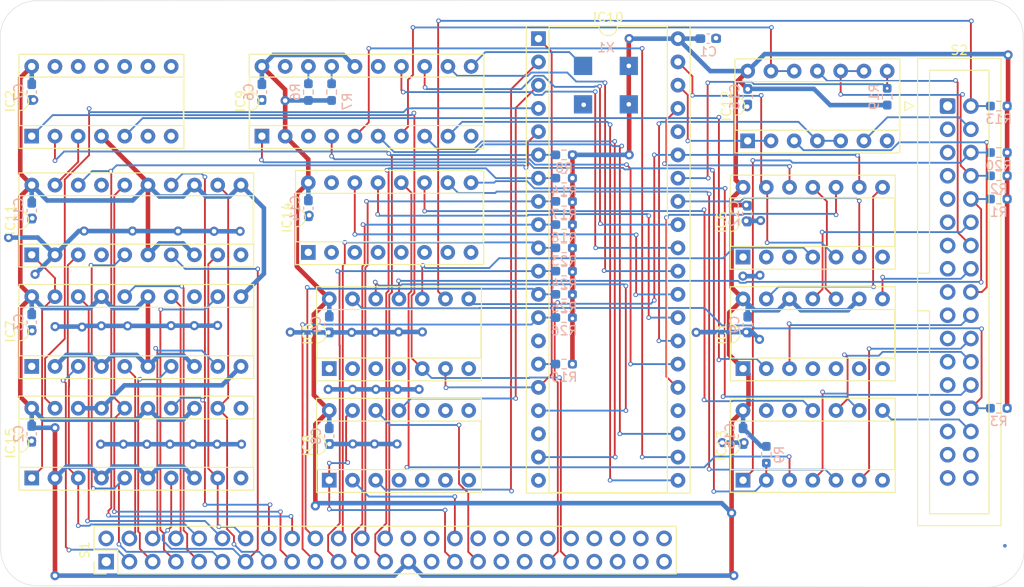
<source format=kicad_pcb>
(kicad_pcb (version 20211014) (generator pcbnew)
  (layers (0 "F.Cu" signal) (31 "B.Cu" signal) (34 "B.Paste" user) (35 "F.Paste" user) (36 "B.SilkS" user "B.Silkscreen") (37 "F.SilkS" user "F.Silkscreen") (38 "B.Mask" user) (39 "F.Mask" user) (44 "Edge.Cuts" user))
  (net 0 "")
  (net 1 "+5V")
  (net 2 "GND")
  (net 3 "~{MOTOR}")
  (net 4 "~{MTRON}")
  (net 5 "~{STEP}")
  (net 6 "Net-(IC1-Pad10)")
  (net 7 "~{WGATE}")
  (net 8 "Net-(IC1-Pad13)")
  (net 9 "~{RSET}")
  (net 10 "RESET")
  (net 11 "READY")
  (net 12 "~{RDY}")
  (net 13 "Net-(IC5-Pad10)")
  (net 14 "~{TRK00}")
  (net 15 "INDEX")
  (net 16 "~{INDEX}")
  (net 17 "~{RW}{slash}SEEK")
  (net 18 "FLT{slash}TRK0")
  (net 19 "WE")
  (net 20 "FLTR{slash}STEP")
  (net 21 "~{IORQ}")
  (net 22 "~{RD}")
  (net 23 "~{IORD}")
  (net 24 "~{IOWR}")
  (net 25 "~{WR}")
  (net 26 "DSKD")
  (net 27 "MFM")
  (net 28 "Net-(IC10-Pad22)")
  (net 29 "Net-(IC10-Pad23)")
  (net 30 "WDOUT")
  (net 31 "Net-(IC10-Pad19)")
  (net 32 "Net-(IC10-Pad21)")
  (net 33 "~{CLKIN}")
  (net 34 "Net-(IC10-Pad30)")
  (net 35 "Net-(IC10-Pad32)")
  (net 36 "Net-(IC10-Pad31)")
  (net 38 "Net-(IC9-Pad17)")
  (net 39 "Net-(IC9-Pad18)")
  (net 40 "~{FDCCS}")
  (net 41 "A0")
  (net 42 "/D1")
  (net 43 "/D2")
  (net 44 "/D3")
  (net 45 "/D4")
  (net 46 "/D5")
  (net 47 "/D6")
  (net 48 "/D7")
  (net 50 "Net-(IC10-Pad15)")
  (net 53 "SIDE")
  (net 54 "US0")
  (net 55 "US1")
  (net 56 "WPRT{slash}2SIDE")
  (net 58 "LCT{slash}DIR")
  (net 59 "~{DIR}")
  (net 60 "~{SIDE1}")
  (net 61 "~{WPT}")
  (net 62 "~{WDATA}")
  (net 63 "~{RDATA}")
  (net 64 "Net-(IC13-Pad3)")
  (net 65 "~{DS0}")
  (net 66 "Net-(IC13-Pad5)")
  (net 67 "~{DS2}")
  (net 68 "~{DS3}")
  (net 69 "Net-(IC13-Pad9)")
  (net 70 "~{DS1}")
  (net 71 "Net-(IC13-Pad11)")
  (net 72 "Net-(IC11-Pad1)")
  (net 73 "/Sound")
  (net 74 "/A15")
  (net 75 "/A14")
  (net 76 "/A13")
  (net 77 "/A12")
  (net 78 "/A11")
  (net 79 "/A10")
  (net 80 "/A9")
  (net 81 "/A8")
  (net 82 "/A7")
  (net 83 "/A6")
  (net 84 "/A5")
  (net 85 "/A4")
  (net 86 "/A3")
  (net 87 "/A2")
  (net 88 "/A1")
  (net 89 "/~{MREQ}")
  (net 90 "/~{M1}")
  (net 91 "/~{RFSH}")
  (net 92 "/~{HALT}")
  (net 93 "/~{INT}")
  (net 94 "/~{NMI}")
  (net 95 "/~{BUSRQ}")
  (net 96 "/~{BUSAK}")
  (net 97 "~{BRST}")
  (net 98 "~{ROMEN}")
  (net 99 "ROMDIS")
  (net 100 "/~{RAMRD}")
  (net 101 "/RAMDIS")
  (net 102 "/CURSOR")
  (net 103 "/LPEN")
  (net 104 "/~{EXP}")
  (net 105 "CLK4")
  (net 108 "~{MOTCS}")
  (net 110 "D0")
  (footprint "Package_DIP:DIP-14_W7.62mm_Socket" (layer "F.Cu") (at 172.553945 83.384945 90)
    (fp_text reference "IC12")
    (fp_text value "74LS38")
  )
  (footprint "Package_DIP:DIP-14_W7.62mm_Socket" (layer "F.Cu") (at 172.045945 120.468945 90)
    (fp_text reference "IC13")
    (fp_text value "74LS07")
  )
  (footprint "Package_DIP:DIP-40_W15.24mm_Socket" (layer "F.Cu") (at 149.693945 72.223945)
    (fp_text reference "IC10")
    (fp_text value "uPD765AC")
  )
  (footprint "Package_DIP:DIP-14_W7.62mm_Socket" (layer "F.Cu") (at 172.045945 108.276945 90)
    (fp_text reference "IC1")
    (fp_text value "74LS136")
  )
  (footprint "Package_DIP:DIP-14_W7.62mm_Socket" (layer "F.Cu") (at 126.833945 120.468945 90)
    (fp_text reference "IC8")
    (fp_text value "74LS32")
  )
  (footprint "Connector_PinHeader_2.54mm:PinHeader_2x25_P2.54mm_Vertical" (layer "F.Cu") (at 102.459945 129.368945 90)
    (fp_text reference "S1")
    (fp_text value "CPC Bus")
  )
  (footprint "Connector_IDC:IDC-Header_2x17_P2.54mm_Vertical" (layer "F.Cu") (at 194.402945 79.584945)
    (fp_text reference "S2")
    (fp_text value "FD Bus")
  )
  (footprint "Package_DIP:DIP-20_W7.62mm_Socket" (layer "F.Cu") (at 94.326945 120.224945 90)
    (fp_text reference "IC15")
    (fp_text value "74HCT688")
  )
  (footprint "Package_DIP:DIP-20_W7.62mm_Socket" (layer "F.Cu") (at 94.326945 95.840945 90)
    (fp_text reference "IC11")
    (fp_text value "74HCT688")
  )
  (footprint "Package_DIP:DIP-14_W7.62mm_Socket" (layer "F.Cu") (at 172.045945 96.084945 90)
    (fp_text reference "IC6")
    (fp_text value "74LS08")
  )
  (footprint "Package_DIP:DIP-14_W7.62mm_Socket" (layer "F.Cu") (at 94.321945 82.876945 90)
    (fp_text reference "IC2")
    (fp_text value "74LS74")
  )
  (footprint "Package_DIP:DIP-20_W7.62mm_Socket" (layer "F.Cu") (at 94.326945 108.032945 90)
    (fp_text reference "IC7")
    (fp_text value "74HCT688")
  )
  (footprint "Package_DIP:DIP-20_W7.62mm_Socket" (layer "F.Cu") (at 119.477945 82.876945 90)
    (fp_text reference "IC9")
    (fp_text value "FDC_9229")
  )
  (footprint "Package_DIP:DIP-16_W7.62mm_Socket" (layer "F.Cu") (at 124.542945 95.576945 90)
    (fp_text reference "IC14")
    (fp_text value "74LS139")
  )
  (footprint "Package_DIP:DIP-14_W7.62mm_Socket" (layer "F.Cu") (at 126.833945 108.276945 90)
    (fp_text reference "IC5")
    (fp_text value "74LS14")
  )
  (footprint "Capacitor_SMD:C_0603_1608Metric_Pad1.08x0.95mm_HandSolder" (layer "B.Cu") (at 94.326945 78.060945 -90)
    (fp_text reference "C7")
    (fp_text value "100n")
  )
  (footprint "Resistor_SMD:R_0603_1608Metric_Pad0.98x0.95mm_HandSolder" (layer "B.Cu") (at 152.492945 89.998945)
    (fp_text reference "R17")
    (fp_text value "10k")
  )
  (footprint "Oscillator:Oscillator_SMD_EuroQuartz_XO91-4Pin_7.0x5.0mm" (layer "B.Cu") (at 157.064945 77.298945 180)
    (fp_text reference "X1")
    (fp_text value "8Mhz")
  )
  (footprint "Capacitor_SMD:C_0603_1608Metric_Pad1.08x0.95mm_HandSolder" (layer "B.Cu") (at 172.558945 78.568945 -90)
    (fp_text reference "C16")
    (fp_text value "100n")
  )
  (footprint "Resistor_SMD:R_0603_1608Metric_Pad0.98x0.95mm_HandSolder" (layer "B.Cu") (at 199.990945 84.664945)
    (fp_text reference "R20")
    (fp_text value "680")
  )
  (footprint "Capacitor_SMD:C_0603_1608Metric_Pad1.08x0.95mm_HandSolder" (layer "B.Cu") (at 119.472945 78.060945 -90)
    (fp_text reference "C6")
    (fp_text value "100n")
  )
  (footprint "Resistor_SMD:R_0603_1608Metric_Pad0.98x0.95mm_HandSolder" (layer "B.Cu") (at 152.492945 95.078945)
    (fp_text reference "R23")
    (fp_text value "10k")
  )
  (footprint "Capacitor_SMD:C_0603_1608Metric_Pad1.08x0.95mm_HandSolder" (layer "B.Cu") (at 172.050945 115.652945 -90)
    (fp_text reference "C15")
    (fp_text value "100n")
  )
  (footprint "Capacitor_SMD:C_0603_1608Metric_Pad1.08x0.95mm_HandSolder" (layer "B.Cu") (at 94.326945 91.014945 -90)
    (fp_text reference "C11")
    (fp_text value "100n")
  )
  (footprint "Resistor_SMD:R_0603_1608Metric_Pad0.98x0.95mm_HandSolder" (layer "B.Cu") (at 199.990945 112.604945)
    (fp_text reference "R3")
    (fp_text value "680")
  )
  (footprint "Resistor_SMD:R_0603_1608Metric_Pad0.98x0.95mm_HandSolder" (layer "B.Cu") (at 152.492945 92.538945)
    (fp_text reference "R18")
    (fp_text value "10k")
  )
  (footprint "Capacitor_SMD:C_0603_1608Metric_Pad1.08x0.95mm_HandSolder" (layer "B.Cu") (at 124.552945 90.760945 -90)
    (fp_text reference "C14")
    (fp_text value "100n")
  )
  (footprint "Capacitor_SMD:C_0603_1608Metric_Pad1.08x0.95mm_HandSolder" (layer "B.Cu") (at 94.326945 115.398945 -90)
    (fp_text reference "C2")
    (fp_text value "100n")
  )
  (footprint "Capacitor_SMD:C_0603_1608Metric_Pad1.08x0.95mm_HandSolder" (layer "B.Cu") (at 126.838945 115.652945 -90)
    (fp_text reference "C8")
    (fp_text value "100n")
  )
  (footprint "Resistor_SMD:R_0603_1608Metric_Pad0.98x0.95mm_HandSolder" (layer "B.Cu") (at 127.092945 78.060945 -90)
    (fp_text reference "R7")
    (fp_text value "1k")
  )
  (footprint "Resistor_SMD:R_0603_1608Metric_Pad0.98x0.95mm_HandSolder" (layer "B.Cu") (at 124.552945 78.060945 -90)
    (fp_text reference "R6")
    (fp_text value "1k")
  )
  (footprint "Capacitor_SMD:C_0603_1608Metric_Pad1.08x0.95mm_HandSolder" (layer "B.Cu") (at 126.838945 103.460945 -90)
    (fp_text reference "C4")
    (fp_text value "100n")
  )
  (footprint "Resistor_SMD:R_0603_1608Metric_Pad0.98x0.95mm_HandSolder" (layer "B.Cu") (at 152.492945 107.778945)
    (fp_text reference "R10")
    (fp_text value "1k")
  )
  (footprint "Resistor_SMD:R_0603_1608Metric_Pad0.98x0.95mm_HandSolder" (layer "B.Cu") (at 152.492945 102.698945)
    (fp_text reference "R26")
    (fp_text value "10k")
  )
  (footprint "Capacitor_SMD:C_0603_1608Metric_Pad1.08x0.95mm_HandSolder" (layer "B.Cu") (at 94.326945 103.206945 -90)
    (fp_text reference "C3")
    (fp_text value "100n")
  )
  (footprint "Resistor_SMD:R_0603_1608Metric_Pad0.98x0.95mm_HandSolder" (layer "B.Cu") (at 152.492945 84.918945)
    (fp_text reference "R8")
    (fp_text value "10k")
  )
  (footprint "Resistor_SMD:R_0603_1608Metric_Pad0.98x0.95mm_HandSolder" (layer "B.Cu") (at 152.492945 100.158945)
    (fp_text reference "R25")
    (fp_text value "10k")
  )
  (footprint "Resistor_SMD:R_0603_1608Metric_Pad0.98x0.95mm_HandSolder" (layer "B.Cu") (at 199.990945 87.204945)
    (fp_text reference "R2")
    (fp_text value "680")
  )
  (footprint "Capacitor_SMD:C_0603_1608Metric_Pad1.08x0.95mm_HandSolder" (layer "B.Cu") (at 172.5168 91.3384 -90)
    (fp_text reference "C12")
    (fp_text value "100n")
  )
  (footprint "Resistor_SMD:R_0603_1608Metric_Pad0.98x0.95mm_HandSolder" (layer "B.Cu") (at 199.990945 89.744945)
    (fp_text reference "R1")
    (fp_text value "680")
  )
  (footprint "Resistor_SMD:R_0603_1608Metric_Pad0.98x0.95mm_HandSolder" (layer "B.Cu") (at 187.798945 78.568945 -90)
    (fp_text reference "R19")
    (fp_text value "680")
  )
  (footprint "Capacitor_SMD:C_0603_1608Metric_Pad1.08x0.95mm_HandSolder" (layer "B.Cu") (at 172.558945 103.460945 -90)
    (fp_text reference "C9")
    (fp_text value "100n")
  )
  (footprint "Resistor_SMD:R_0603_1608Metric_Pad0.98x0.95mm_HandSolder" (layer "B.Cu") (at 199.990945 79.584945)
    (fp_text reference "R13")
    (fp_text value "680")
  )
  (footprint "Capacitor_SMD:C_0603_1608Metric_Pad1.08x0.95mm_HandSolder" (layer "B.Cu") (at 168.240945 72.218945)
    (fp_text reference "C1")
    (fp_text value "100n")
  )
  (footprint "Resistor_SMD:R_0603_1608Metric_Pad0.98x0.95mm_HandSolder" (layer "B.Cu") (at 152.492945 87.458945)
    (fp_text reference "R14")
    (fp_text value "10k")
  )
  (footprint "Resistor_SMD:R_0603_1608Metric_Pad0.98x0.95mm_HandSolder" (layer "B.Cu") (at 174.590945 117.684945 90)
    (fp_text reference "R9")
    (fp_text value "680")
  )
  (footprint "Resistor_SMD:R_0603_1608Metric_Pad0.98x0.95mm_HandSolder" (layer "B.Cu") (at 152.492945 97.618945)
    (fp_text reference "R24")
    (fp_text value "10k")
  )
  (gr_arc (start 200.66 127.635) (mid 200.66 127.635) (end 200.66 127.635) (layer "B.Cu") (width 0.2))
  (gr_line (start 202.7428 128.27) (end 202.665158 71.991893) (layer "Edge.Cuts") (width 0.05))
  (gr_line (start 90.883949 71.967602) (end 90.941736 128.033107) (layer "Edge.Cuts") (width 0.05))
  (gr_arc (start 94.827602 132.001051) (mid 92.075 130.81) (end 90.941736 128.033107) (layer "Edge.Cuts") (width 0.05))
  (gr_line (start 94.827602 132.001051) (end 198.755001 132.155866) (layer "Edge.Cuts") (width 0.05))
  (gr_line (start 198.779292 68.023949) (end 94.851893 68.081736) (layer "Edge.Cuts") (width 0.05))
  (gr_arc (start 198.779292 68.023949) (mid 201.531894 69.215) (end 202.665158 71.991893) (layer "Edge.Cuts") (width 0.05))
  (gr_arc (start 202.7428 128.27) (mid 201.538995 131.023753) (end 198.755001 132.155866) (layer "Edge.Cuts") (width 0.05))
  (gr_arc (start 90.883949 71.967602) (mid 92.075 69.215) (end 94.851893 68.081736) (layer "Edge.Cuts") (width 0.05))
  (segment (start 170.795945 89.714945) (end 170.795945 90.544655) (width 0.5) (layer "F.Cu") (net 1))
  (segment (start 94.326945 88.220945) (end 93.071945 86.965945) (width 0.5) (layer "F.Cu") (net 1))
  (segment (start 200.903445 89.744945) (end 200.903445 112.604945) (width 0.5) (layer "F.Cu") (net 1))
  (segment (start 159.564945 79.398945) (end 159.564945 75.198945) (width 0.5) (layer "F.Cu") (net 1))
  (segment (start 96.866945 115.144945) (end 96.866945 114.738545) (width 0.5) (layer "F.Cu") (net 1))
  (segment (start 153.405445 95.182445) (end 153.405445 92.642445) (width 0.5) (layer "F.Cu") (net 1))
  (segment (start 200.903445 84.664945) (end 200.903445 87.204945) (width 0.5) (layer "F.Cu") (net 1))
  (segment (start 171.597945 76.783445) (end 171.535445 76.783445) (width 0.5) (layer "F.Cu") (net 1))
  (segment (start 171.535445 76.783445) (end 171.245946 77.072944) (width 0.5) (layer "F.Cu") (net 1))
  (segment (start 122.017945 77.796945) (end 119.477945 75.256945) (width 0.5) (layer "F.Cu") (net 1))
  (segment (start 153.405445 92.642445) (end 153.405445 90.102445) (width 0.5) (layer "F.Cu") (net 1))
  (segment (start 159.564945 75.198945) (end 159.564945 72.258945) (width 0.5) (layer "F.Cu") (net 1))
  (segment (start 172.045945 108.276945) (end 172.640745 108.871745) (width 0.5) (layer "F.Cu") (net 1))
  (segment (start 159.564945 72.258945) (end 159.604945 72.218945) (width 0.5) (layer "F.Cu") (net 1))
  (segment (start 107.026945 108.032945) (end 107.026945 100.412945) (width 0.5) (layer "F.Cu") (net 1))
  (segment (start 153.405445 90.102445) (end 153.405445 84.918945) (width 0.5) (layer "F.Cu") (net 1))
  (segment (start 96.866945 130.892945) (end 96.866945 120.224945) (width 0.5) (layer "F.Cu") (net 1))
  (segment (start 123.292945 97.115945) (end 123.292945 89.206945) (width 0.5) (layer "F.Cu") (net 1))
  (segment (start 94.326945 112.604945) (end 93.076945 111.354945) (width 0.5) (layer "F.Cu") (net 1))
  (segment (start 93.071945 86.965945) (end 93.071945 76.506945) (width 0.5) (layer "F.Cu") (net 1))
  (segment (start 123.292945 89.206945) (end 124.542945 87.956945) (width 0.5) (layer "F.Cu") (net 1))
  (segment (start 153.405445 107.778945) (end 153.405445 102.802445) (width 0.5) (layer "F.Cu") (net 1))
  (segment (start 93.076945 89.470945) (end 94.326945 88.220945) (width 0.5) (layer "F.Cu") (net 1))
  (segment (start 93.076945 99.162945) (end 93.076945 89.470945) (width 0.5) (layer "F.Cu") (net 1))
  (segment (start 172.553945 75.764945) (end 171.535445 76.783445) (width 0.5) (layer "F.Cu") (net 1))
  (segment (start 201.006945 79.481445) (end 200.903445 79.584945) (width 0.5) (layer "F.Cu") (net 1))
  (segment (start 171.034945 130.892945) (end 170.795945 130.653945) (width 0.5) (layer "F.Cu") (net 1))
  (segment (start 93.076945 111.354945) (end 93.076945 101.662945) (width 0.5) (layer "F.Cu") (net 1))
  (segment (start 125.151791 111.166791) (end 125.151791 102.339099) (width 0.5) (layer "F.Cu") (net 1))
  (segment (start 107.026945 95.840945) (end 107.026945 88.220945) (width 0.5) (layer "F.Cu") (net 1))
  (segment (start 170.526945 106.757945) (end 172.045945 108.276945) (width 0.5) (layer "F.Cu") (net 1))
  (segment (start 170.795945 114.098945) (end 172.045945 112.848945) (width 0.5) (layer "F.Cu") (net 1))
  (segment (start 172.640745 108.871745) (end 172.640745 112.254145) (width 0.5) (layer "F.Cu") (net 1))
  (segment (start 170.526945 102.175945) (end 170.526945 106.757945) (width 0.5) (layer "F.Cu") (net 1))
  (segment (start 172.558945 77.744445) (end 171.597945 76.783445) (width 0.5) (layer "F.Cu") (net 1))
  (segment (start 201.006945 73.996945) (end 201.006945 79.481445) (width 0.5) (layer "F.Cu") (net 1))
  (segment (start 122.017945 78.990345) (end 122.017945 77.796945) (width 0.5) (layer "F.Cu") (net 1))
  (segment (start 124.542945 85.401945) (end 122.017945 82.876945) (width 0.5) (layer "F.Cu") (net 1))
  (segment (start 170.93343 90.40717) (end 170.795945 90.544655) (width 0.5) (layer "F.Cu") (net 1))
  (segment (start 93.076945 101.662945) (end 94.326945 100.412945) (width 0.5) (layer "F.Cu") (net 1))
  (segment (start 170.795945 99.406945) (end 172.045945 100.656945) (width 0.5) (layer "F.Cu") (net 1))
  (segment (start 171.245946 87.664946) (end 172.045945 88.464945) (width 0.5) (layer "F.Cu") (net 1))
  (segment (start 171.245946 77.072944) (end 171.245946 87.664946) (width 0.5) (layer "F.Cu") (net 1))
  (segment (start 124.542945 87.956945) (end 124.542945 85.401945) (width 0.5) (layer "F.Cu") (net 1))
  (segment (start 122.017945 82.876945) (end 122.017945 78.990345) (width 0.5) (layer "F.Cu") (net 1))
  (segment (start 159.604945 79.438945) (end 159.564945 79.398945) (width 0.5) (layer "F.Cu") (net 1))
  (segment (start 172.045945 100.656945) (end 170.526945 102.175945) (width 0.5) (layer "F.Cu") (net 1))
  (segment (start 126.833945 112.848945) (end 125.151791 111.166791) (width 0.5) (layer "F.Cu") (net 1))
  (segment (start 101.941945 82.876945) (end 107.026945 87.961945) (width 0.5) (layer "F.Cu") (net 1))
  (segment (start 200.903445 79.584945) (end 200.903445 84.664945) (width 0.5) (layer "F.Cu") (net 1))
  (segment (start 153.405445 102.802445) (end 153.405445 100.262445) (width 0.5) (layer "F.Cu") (net 1))
  (segment (start 153.405445 100.262445) (end 153.405445 97.722445) (width 0.5) (layer "F.Cu") (net 1))
  (segment (start 125.314945 114.367945) (end 126.833945 112.848945) (width 0.5) (layer "F.Cu") (net 1))
  (segment (start 172.045945 88.464945) (end 170.795945 89.714945) (width 0.5) (layer "F.Cu") (net 1))
  (segment (start 107.026945 87.961945) (end 107.026945 88.220945) (width 0.5) (layer "F.Cu") (net 1))
  (segment (start 159.604945 84.918945) (end 159.604945 79.438945) (width 0.5) (layer "F.Cu") (net 1))
  (segment (start 125.314945 123.272945) (end 125.314945 114.367945) (width 0.5) (layer "F.Cu") (net 1))
  (segment (start 172.391245 90.40717) (end 170.93343 90.40717) (width 0.5) (layer "F.Cu") (net 1))
  (segment (start 200.903445 87.204945) (end 200.903445 89.744945) (width 0.5) (layer "F.Cu") (net 1))
  (segment (start 94.326945 100.412945) (end 93.076945 99.162945) (width 0.5) (layer "F.Cu") (net 1))
  (segment (start 96.866945 120.224945) (end 96.866945 115.144945) (width 0.5) (layer "F.Cu") (net 1))
  (segment (start 172.640745 112.254145) (end 172.045945 112.848945) (width 0.5) (layer "F.Cu") (net 1))
  (segment (start 93.071945 76.506945) (end 94.321945 75.256945) (width 0.5) (layer "F.Cu") (net 1))
  (segment (start 125.151791 102.339099) (end 126.833945 100.656945) (width 0.5) (layer "F.Cu") (net 1))
  (segment (start 153.405445 97.722445) (end 153.405445 95.182445) (width 0.5) (layer "F.Cu") (net 1))
  (segment (start 170.795945 130.653945) (end 170.795945 114.098945) (width 0.5) (layer "F.Cu") (net 1))
  (segment (start 170.795945 90.544655) (end 170.795945 99.406945) (width 0.5) (layer "F.Cu") (net 1))
  (segment (start 126.833945 100.656945) (end 123.292945 97.115945) (width 0.5) (layer "F.Cu") (net 1))
  (via (at 125.314945 123.272945) (size 1) (drill 0.5) (layers "F.Cu" "B.Cu") (net 1))
  (via (at 201.006945 73.996945) (size 1) (drill 0.5) (layers "F.Cu" "B.Cu") (net 1))
  (via (at 153.405445 87.458945) (size 1) (drill 0.5) (layers "F.Cu" "B.Cu") (net 1))
  (via (at 122.017945 78.990345) (size 1) (drill 0.5) (layers "F.Cu" "B.Cu") (net 1))
  (via (at 159.564945 79.398945) (size 1) (drill 0.5) (layers "F.Cu" "B.Cu") (net 1))
  (via (at 200.903445 112.604945) (size 1) (drill 0.5) (layers "F.Cu" "B.Cu") (net 1))
  (via (at 159.604945 84.918945) (size 1) (drill 0.5) (layers "F.Cu" "B.Cu") (net 1))
  (via (at 153.405445 84.918945) (size 1) (drill 0.5) (layers "F.Cu" "B.Cu") (net 1))
  (via (at 200.903445 87.204945) (size 1) (drill 0.5) (layers "F.Cu" "B.Cu") (net 1))
  (via (at 153.405445 92.642445) (size 0.8) (drill 0.4) (layers "F.Cu" "B.Cu") (net 1))
  (via (at 96.866945 114.738545) (size 1) (drill 0.5) (layers "F.Cu" "B.Cu") (net 1))
  (via (at 159.604945 72.218945) (size 1) (drill 0.5) (layers "F.Cu" "B.Cu") (net 1))
  (via (at 153.405445 90.102445) (size 0.8) (drill 0.4) (layers "F.Cu" "B.Cu") (net 1))
  (via (at 153.405445 100.262445) (size 0.8) (drill 0.4) (layers "F.Cu" "B.Cu") (net 1))
  (via (at 96.866945 130.892945) (size 1) (drill 0.5) (layers "F.Cu" "B.Cu") (net 1))
  (via (at 200.903445 89.744945) (size 1) (drill 0.5) (layers "F.Cu" "B.Cu") (net 1))
  (via (at 153.405445 97.722445) (size 0.8) (drill 0.4) (layers "F.Cu" "B.Cu") (net 1))
  (via (at 153.405445 102.802445) (size 0.8) (drill 0.4) (layers "F.Cu" "B.Cu") (net 1))
  (via (at 170.795945 124.049945) (size 1) (drill 0.5) (layers "F.Cu" "B.Cu") (net 1))
  (via (at 159.564945 75.198945) (size 1) (drill 0.5) (layers "F.Cu" "B.Cu") (net 1))
  (via (at 200.903445 84.664945) (size 1) (drill 0.5) (layers "F.Cu" "B.Cu") (net 1))
  (via (at 153.405445 107.778945) (size 1) (drill 0.5) (layers "F.Cu" "B.Cu") (net 1))
  (via (at 153.405445 95.182445) (size 0.8) (drill 0.4) (layers "F.Cu" "B.Cu") (net 1))
  (via (at 172.558945 77.744445) (size 1) (drill 0.5) (layers "F.Cu" "B.Cu") (net 1))
  (via (at 200.903445 79.584945) (size 1) (drill 0.5) (layers "F.Cu" "B.Cu") (net 1))
  (via (at 171.034945 130.892945) (size 1) (drill 0.5) (layers "F.Cu" "B.Cu") (net 1))
  (via (at 172.391245 90.40717) (size 1) (drill 0.5) (layers "F.Cu" "B.Cu") (net 1))
  (segment (start 172.045945 100.656945) (end 173.295945 101.906945) (width 0.5) (layer "B.Cu") (net 1))
  (segment (start 124.552945 89.898445) (end 124.552945 87.966945) (width 0.5) (layer "B.Cu") (net 1))
  (segment (start 100.696945 106.782945) (end 98.116945 106.782945) (width 0.5) (layer "B.Cu") (net 1))
  (segment (start 108.276945 106.782945) (end 107.026945 108.032945) (width 0.5) (layer "B.Cu") (net 1))
  (segment (start 172.050945 112.853945) (end 172.045945 112.848945) (width 0.5) (layer "B.Cu") (net 1))
  (segment (start 108.276945 113.854945) (end 110.856945 113.854945) (width 0.5) (layer "B.Cu") (net 1))
  (segment (start 115.936945 89.470945) (end 117.186945 88.220945) (width 0.5) (layer "B.Cu") (net 1))
  (segment (start 172.39197 90.406445) (end 172.391245 90.40717) (width 0.5) (layer "B.Cu") (net 1))
  (segment (start 181.564045 79.481445) (end 187.798945 79.481445) (width 0.5) (layer "B.Cu") (net 1))
  (segment (start 98.116945 118.974945) (end 100.696945 118.974945) (width 0.5) (layer "B.Cu") (net 1))
  (segment (start 94.326945 102.344445) (end 94.326945 100.412945) (width 0.5) (layer "B.Cu") (net 1))
  (segment (start 105.776945 106.782945) (end 103.196945 106.782945) (width 0.5) (layer "B.Cu") (net 1))
  (segment (start 172.050945 114.790445) (end 172.050945 112.853945) (width 0.5) (layer "B.Cu") (net 1))
  (segment (start 108.276945 94.590945) (end 107.026945 95.840945) (width 0.5) (layer "B.Cu") (net 1))
  (segment (start 101.946945 108.032945) (end 100.696945 106.782945) (width 0.5) (layer "B.Cu") (net 1))
  (segment (start 122.034845 78.973445) (end 122.017945 78.990345) (width 0.5) (layer "B.Cu") (net 1))
  (segment (start 96.866945 120.224945) (end 98.116945 118.974945) (width 0.5) (layer "B.Cu") (net 1))
  (segment (start 101.946945 100.412945) (end 100.696945 101.662945) (width 0.5) (layer "B.Cu") (net 1))
  (segment (start 107.026945 120.224945) (end 108.276945 118.974945) (width 0.5) (layer "B.Cu") (net 1))
  (segment (start 95.576945 101.662945) (end 94.326945 100.412945) (width 0.5) (layer "B.Cu") (net 1))
  (segment (start 105.776945 113.854945) (end 107.026945 112.604945) (width 0.5) (layer "B.Cu") (net 1))
  (segment (start 94.326945 77.198445) (end 94.326945 75.261945) (width 0.5) (layer "B.Cu") (net 1))
  (segment (start 174.409945 73.908945) (end 200.918945 73.908945) (width 0.5) (layer "B.Cu") (net 1))
  (segment (start 172.558945 102.598445) (end 172.558945 101.169945) (width 0.5) (layer "B.Cu") (net 1))
  (segment (start 94.529045 114.738545) (end 94.326945 114.536445) (width 0.5) (layer "B.Cu") (net 1))
  (segment (start 178.375945 101.906945) (end 183.495945 101.906945) (width 0.5) (layer "B.Cu") (net 1))
  (segment (start 126.838945 112.853945) (end 126.833945 112.848945) (width 0.5) (layer "B.Cu") (net 1))
  (segment (start 172.558945 77.706445) (end 179.789045 77.706445) (width 0.5) (layer "B.Cu") (net 1))
  (segment (start 100.696945 101.662945) (end 95.576945 101.662945) (width 0.5) (layer "B.Cu") (net 1))
  (segment (start 108.276945 118.974945) (end 110.856945 118.974945) (width 0.5) (layer "B.Cu") (net 1))
  (segment (start 112.106945 95.840945) (end 110.856945 94.590945) (width 0.5) (layer "B.Cu") (net 1))
  (segment (start 174.590945 116.772445) (end 174.032945 116.772445) (width 0.5) (layer "B.Cu") (net 1))
  (segment (start 174.032945 116.772445) (end 172.050945 114.790445) (width 0.5) (layer "B.Cu") (net 1))
  (segment (start 126.838945 100.661945) (end 126.833945 100.656945) (width 0.5) (layer "B.Cu") (net 1))
  (segment (start 175.875945 101.906945) (end 177.125945 100.656945) (width 0.5) (layer "B.Cu") (net 1))
  (segment (start 110.856945 106.782945) (end 108.276945 106.782945) (width 0.5) (layer "B.Cu") (net 1))
  (segment (start 105.776945 101.662945) (end 103.196945 101.662945) (width 0.5) (layer "B.Cu") (net 1))
  (segment (start 110.856945 113.854945) (end 112.106945 112.604945) (width 0.5) (layer "B.Cu") (net 1))
  (segment (start 110.856945 94.590945) (end 108.276945 94.590945) (width 0.5) (layer "B.Cu") (net 1))
  (segment (start 94.326945 90.152445) (end 94.326945 88.220945) (width 0.5) (layer "B.Cu") (net 1))
  (segment (start 172.558945 90.406445) (end 172.39197 90.406445) (width 0.5) (layer "B.Cu") (net 1))
  (segment (start 94.326945 112.604945) (end 95.576945 113.854945) (width 0.5) (layer "B.Cu") (net 1))
  (segment (start 135.479945 129.368945) (end 133.955945 130.892945) (width 0.5) (layer "B.Cu") (net 1))
  (segment (start 200.918945 73.908945) (end 201.006945 73.996945) (width 0.5) (layer "B.Cu") (net 1))
  (segment (start 105.344791 89.903099) (end 96.009099 89.903099) (width 0.5) (layer "B.Cu") (net 1))
  (segment (start 119.477945 75.256945) (end 120.727945 74.006945) (width 0.5) (layer "B.Cu") (net 1))
  (segment (start 128.387945 74.006945) (end 129.637945 75.256945) (width 0.5) (layer "B.Cu") (net 1))
  (segment (start 169.721945 122.975945) (end 125.611945 122.975945) (width 0.5) (layer "B.Cu") (net 1))
  (segment (start 173.295945 101.906945) (end 175.875945 101.906945) (width 0.5) (layer "B.Cu") (net 1))
  (segment (start 107.026945 108.032945) (end 105.776945 106.782945) (width 0.5) (layer "B.Cu") (net 1))
  (segment (start 120.727945 74.006945) (end 128.387945 74.006945) (width 0.5) (layer "B.Cu") (net 1))
  (segment (start 101.946945 120.224945) (end 103.196945 118.974945) (width 0.5) (layer "B.Cu") (net 1))
  (segment (start 153.405445 84.918945) (end 159.604945 84.918945) (width 0.5) (layer "B.Cu") (net 1))
  (segment (start 133.955945 130.892945) (end 96.866945 130.892945) (width 0.5) (layer "B.Cu") (net 1))
  (segment (start 98.116945 106.782945) (end 96.866945 108.032945) (width 0.5) (layer "B.Cu") (net 1))
  (segment (start 137.003945 130.892945) (end 135.479945 129.368945) (width 0.5) (layer "B.Cu") (net 1))
  (segment (start 164.938945 72.218945) (end 164.933945 72.223945) (width 0.5) (layer "B.Cu") (net 1))
  (segment (start 110.856945 118.974945) (end 112.106945 120.224945) (width 0.5) (layer "B.Cu") (net 1))
  (segment (start 96.866945 114.738545) (end 94.529045 114.738545) (width 0.5) (layer "B.Cu") (net 1))
  (segment (start 172.553945 75.764945) (end 174.409945 73.908945) (width 0.5) (layer "B.Cu") (net 1))
  (segment (start 103.196945 106.782945) (end 101.946945 108.032945) (width 0.5) (layer "B.Cu") (net 1))
  (segment (start 107.026945 100.412945) (end 105.776945 101.662945) (width 0.5) (layer "B.Cu") (net 1))
  (segment (start 110.856945 89.470945) (end 112.106945 88.220945) (width 0.5) (layer "B.Cu") (net 1))
  (segment (start 103.196945 101.662945) (end 101.946945 100.412945) (width 0.5) (layer "B.Cu") (net 1))
  (segment (start 94.326945 75.261945) (end 94.321945 75.256945) (width 0.5) (layer "B.Cu") (net 1))
  (segment (start 95.576945 113.854945) (end 105.776945 113.854945) (width 0.5) (layer "B.Cu") (net 1))
  (segment (start 119.6944 90.7284) (end 117.186945 88.220945) (width 0.5) (layer "B.Cu") (net 1))
  (segment (start 167.378445 72.218945) (end 164.938945 72.218945) (width 0.5) (layer "B.Cu") (net 1))
  (segment (start 113.356945 89.470945) (end 115.936945 89.470945) (width 0.5) (layer "B.Cu") (net 1))
  (segment (start 170.795945 124.049945) (end 169.721945 122.975945) (width 0.5) (layer "B.Cu") (net 1))
  (segment (start 177.125945 100.656945) (end 178.375945 101.906945) (width 0.5) (layer "B.Cu") (net 1))
  (segment (start 126.838945 114.790445) (end 126.838945 112.853945) (width 0.5) (layer "B.Cu") (net 1))
  (segment (start 119.472945 77.198445) (end 119.472945 75.261945) (width 0.5) (layer "B.Cu") (net 1))
  (segment (start 107.026945 88.220945) (end 108.276945 89.470945) (width 0.5) (layer "B.Cu") (net 1))
  (segment (start 171.034945 130.892945) (end 137.003945 130.892945) (width 0.5) (layer "B.Cu") (net 1))
  (segment (start 179.789045 77.706445) (end 181.564045 79.481445) (width 0.5) (layer "B.Cu") (net 1))
  (segment (start 107.026945 112.604945) (end 108.276945 113.854945) (width 0.5) (layer "B.Cu") (net 1))
  (segment (start 125.611945 122.975945) (end 125.314945 123.272945) (width 0.5) (layer "B.Cu") (net 1))
  (segment (start 112.106945 108.032945) (end 110.856945 106.782945) (width 0.5) (layer "B.Cu") (net 1))
  (segment (start 159.604945 72.218945) (end 159.609945 72.223945) (width 0.5) (layer "B.Cu") (net 1))
  (segment (start 127.092945 78.973445) (end 124.552945 78.973445) (width 0.5) (layer "B.Cu") (net 1))
  (segment (start 119.472945 75.261945) (end 119.477945 75.256945) (width 0.5) (layer "B.Cu") (net 1))
  (segment (start 124.552945 78.973445) (end 122.034845 78.973445) (width 0.5) (layer "B.Cu") (net 1))
  (segment (start 172.553945 75.764945) (end 168.474945 75.764945) (width 0.5) (layer "B.Cu") (net 1))
  (segment (start 117.186945 100.412945) (end 119.6944 97.90549) (width 0.5) (layer "B.Cu") (net 1))
  (segment (start 108.276945 89.470945) (end 110.856945 89.470945) (width 0.5) (layer "B.Cu") (net 1))
  (segment (start 172.558945 101.169945) (end 172.045945 100.656945) (width 0.5) (layer "B.Cu") (net 1))
  (segment (start 103.196945 118.974945) (end 105.776945 118.974945) (width 0.5) (layer "B.Cu") (net 1))
  (segment (start 159.609945 72.223945) (end 164.933945 72.223945) (width 0.5) (layer "B.Cu") (net 1))
  (segment (start 107.026945 88.220945) (end 105.344791 89.903099) (width 0.5) (layer "B.Cu") (net 1))
  (segment (start 105.776945 118.974945) (end 107.026945 120.224945) (width 0.5) (layer "B.Cu") (net 1))
  (segment (start 168.474945 75.764945) (end 164.933945 72.223945) (width 0.5) (layer "B.Cu") (net 1))
  (segment (start 100.696945 118.974945) (end 101.946945 120.224945) (width 0.5) (layer "B.Cu") (net 1))
  (segment (start 94.326945 114.536445) (end 94.326945 112.604945) (width 0.5) (layer "B.Cu") (net 1))
  (segment (start 172.558945 77.706445) (end 172.558945 77.744445) (width 0.5) (layer "B.Cu") (net 1))
  (segment (start 124.552945 87.966945) (end 124.542945 87.956945) (width 0.5) (layer "B.Cu") (net 1))
  (segment (start 126.838945 102.598445) (end 126.838945 100.661945) (width 0.5) (layer "B.Cu") (net 1))
  (segment (start 96.009099 89.903099) (end 94.326945 88.220945) (width 0.5) (layer "B.Cu") (net 1))
  (segment (start 119.6944 97.90549) (end 119.6944 90.7284) (width 0.5) (layer "B.Cu") (net 1))
  (segment (start 112.106945 88.220945) (end 113.356945 89.470945) (width 0.5) (layer "B.Cu") (net 1))
  (segment (start 183.495945 101.906945) (end 184.745945 100.656945) (width 0.5) (layer "B.Cu") (net 1))
  (via (at 134.2898 110.5408) (size 1) (drill 0.5) (layers "F.Cu" "B.Cu") (net 2))
  (via (at 166.9288 104.3178) (size 1) (drill 0.5) (layers "F.Cu" "B.Cu") (net 2))
  (via (at 99.823445 103.7336) (size 1) (drill 0.5) (layers "F.Cu" "B.Cu") (net 2))
  (via (at 136.652 110.5408) (size 1) (drill 0.5) (layers "F.Cu" "B.Cu") (net 2))
  (via (at 94.6912 97.9678) (size 1) (drill 0.5) (layers "F.Cu" "B.Cu") (net 2))
  (via (at 172.1612 116.3574) (size 1) (drill 0.5) (layers "F.Cu" "B.Cu") (net 2))
  (via (at 119.472945 78.923445) (size 1) (drill 0.5) (layers "F.Cu" "B.Cu") (net 2))
  (via (at 173.9646 92.093445) (size 1) (drill 0.5) (layers "F.Cu" "B.Cu") (net 2))
  (via (at 112.0902 103.5812) (size 1) (drill 0.5) (layers "F.Cu" "B.Cu") (net 2))
  (via (at 114.6302 103.5558) (size 1) (drill 0.5) (layers "F.Cu" "B.Cu") (net 2))
  (via (at 94.3102 116.1796) (size 1) (drill 0.5) (layers "F.Cu" "B.Cu") (net 2))
  (via (at 172.391245 104.285445) (size 1) (drill 0.5) (layers "F.Cu" "B.Cu") (net 2))
  (via (at 137.0076 104.267) (size 1) (drill 0.5) (layers "F.Cu" "B.Cu") (net 2))
  (via (at 96.8756 103.6828) (size 1) (drill 0.5) (layers "F.Cu" "B.Cu") (net 2))
  (via (at 101.854 116.5352) (size 1) (drill 0.5) (layers "F.Cu" "B.Cu") (net 2))
  (via (at 109.5502 103.5812) (size 1) (drill 0.5) (layers "F.Cu" "B.Cu") (net 2))
  (via (at 134.4168 104.267) (size 1) (drill 0.5) (layers "F.Cu" "B.Cu") (net 2))
  (via (at 124.6378 91.5162) (size 1) (drill 0.5) (layers "F.Cu" "B.Cu") (net 2))
  (via (at 105.3338 93.2434) (size 1) (drill 0.5) (layers "F.Cu" "B.Cu") (net 2))
  (via (at 100.0506 93.2434) (size 1) (drill 0.5) (layers "F.Cu" "B.Cu") (net 2))
  (via (at 91.7956 93.9546) (size 1) (drill 0.5) (layers "F.Cu" "B.Cu") (net 2))
  (via (at 129.413 116.5098) (size 1) (drill 0.5) (layers "F.Cu" "B.Cu") (net 2))
  (via (at 111.9378 116.5352) (size 1) (drill 0.5) (layers "F.Cu" "B.Cu") (net 2))
  (via (at 117.094 93.2688) (size 1) (drill 0.5) (layers "F.Cu" "B.Cu") (net 2))
  (via (at 126.746 104.3178) (size 1) (drill 0.5) (layers "F.Cu" "B.Cu") (net 2))
  (via (at 101.9302 103.6066) (size 1) (drill 0.5) (layers "F.Cu" "B.Cu") (net 2))
  (via (at 169.7736 116.3574) (size 1) (drill 0.5) (layers "F.Cu" "B.Cu") (net 2))
  (via (at 117.2464 116.5352) (size 1) (drill 0.5) (layers "F.Cu" "B.Cu") (net 2))
  (via (at 109.4232 116.5352) (size 1) (drill 0.5) (layers "F.Cu" "B.Cu") (net 2))
  (via (at 131.7752 116.5098) (size 1) (drill 0.5) (layers "F.Cu" "B.Cu") (net 2))
  (via (at 131.9276 110.5408) (size 1) (drill 0.5) (layers "F.Cu" "B.Cu") (net 2))
  (via (at 110.3122 93.2434) (size 1) (drill 0.5) (layers "F.Cu" "B.Cu") (net 2))
  (via (at 154.6352 79.4512) (size 1) (drill 0.5) (layers "F.Cu" "B.Cu") (net 2))
  (via (at 126.7206 110.5408) (size 1) (drill 0.5) (layers "F.Cu" "B.Cu") (net 2))
  (via (at 126.8476 116.5098) (size 1) (drill 0.5) (layers "F.Cu" "B.Cu") (net 2))
  (via (at 172.391245 92.131445) (size 1) (drill 0.5) (layers "F.Cu" "B.Cu") (net 2))
  (via (at 134.239 116.5098) (size 1) (drill 0.5) (layers "F.Cu" "B.Cu") (net 2))
  (via (at 173.8884 98.07286) (size 1) (drill 0.5) (layers "F.Cu" "B.Cu") (net 2))
  (via (at 122.5804 104.2924) (size 1) (drill 0.5) (layers "F.Cu" "B.Cu") (net 2))
  (via (at 129.3876 110.5408) (size 1) (drill 0.5) (layers "F.Cu" "B.Cu") (net 2))
  (via (at 172.0342 98.171) (size 1) (drill 0.5) (layers "F.Cu" "B.Cu") (net 2))
  (via (at 114.2492 93.2688) (size 1) (drill 0.5) (layers "F.Cu" "B.Cu") (net 2))
  (via (at 173.844245 105.0798) (size 1) (drill 0.5) (layers "F.Cu" "B.Cu") (net 2))
  (via (at 172.4914 79.6544) (size 1) (drill 0.5) (layers "F.Cu" "B.Cu") (net 2))
  (via (at 131.8768 104.2924) (size 1) (drill 0.5) (layers "F.Cu" "B.Cu") (net 2))
  (via (at 94.3864 91.8464) (size 1) (drill 0.5) (layers "F.Cu" "B.Cu") (net 2))
  (via (at 94.5388 78.9178) (size 1) (drill 0.5) (layers "F.Cu" "B.Cu") (net 2))
  (via (at 129.286 104.3178) (size 1) (drill 0.5) (layers "F.Cu" "B.Cu") (net 2))
  (via (at 106.9086 116.5352) (size 1) (drill 0.5) (layers "F.Cu" "B.Cu") (net 2))
  (via (at 169.0878 72.1614) (size 1) (drill 0.5) (layers "F.Cu" "B.Cu") (net 2))
  (via (at 104.3432 116.5352) (size 1) (drill 0.5) (layers "F.Cu" "B.Cu") (net 2))
  (via (at 94.361 104.14) (size 1) (drill 0.5) (layers "F.Cu" "B.Cu") (net 2))
  (via (at 104.8004 103.6066) (size 1) (drill 0.5) (layers "F.Cu" "B.Cu") (net 2))
  (via (at 114.5794 116.5352) (size 1) (drill 0.5) (layers "F.Cu" "B.Cu") (net 2))
  (segment (start 129.3876 110.5408) (end 131.9276 110.5408) (width 0.5) (layer "B.Cu") (net 2))
  (segment (start 124.552945 91.601055) (end 124.6378 91.5162) (width 0.5) (layer "B.Cu") (net 2))
  (segment (start 109.5248 103.6066) (end 109.5502 103.5812) (width 0.5) (layer "B.Cu") (net 2))
  (segment (start 172.391245 104.285445) (end 166.961155 104.285445) (width 0.5) (layer "B.Cu") (net 2))
  (segment (start 104.451945 110.099945) (end 115.119945 110.099945) (width 0.5) (layer "B.Cu") (net 2))
  (segment (start 105.3338 93.2434) (end 110.3122 93.2434) (width 0.5) (layer "B.Cu") (net 2))
  (segment (start 134.4168 104.267) (end 137.0076 104.267) (width 0.5) (layer "B.Cu") (net 2))
  (segment (start 169.103445 72.218945) (end 169.103445 72.177045) (width 0.5) (layer "B.Cu") (net 2))
  (segment (start 110.3122 93.2434) (end 114.2238 93.2434) (width 0.5) (layer "B.Cu") (net 2))
  (segment (start 111.9378 116.5352) (end 114.5794 116.5352) (width 0.5) (layer "B.Cu") (net 2))
  (segment (start 172.558945 92.131445) (end 173.9266 92.131445) (width 0.5) (layer "B.Cu") (net 2))
  (segment (start 172.0342 98.171) (end 173.8884 98.171) (width 0.5) (layer "B.Cu") (net 2))
  (segment (start 94.326945 116.261445) (end 94.326945 116.196345) (width 0.5) (layer "B.Cu") (net 2))
  (segment (start 173.04989 104.285445) (end 173.844245 105.0798) (width 0.5) (layer "B.Cu") (net 2))
  (segment (start 131.9276 110.5408) (end 134.2898 110.5408) (width 0.5) (layer "B.Cu") (net 2))
  (segment (start 114.2492 93.2688) (end 117.094 93.2688) (width 0.5) (layer "B.Cu") (net 2))
  (segment (start 154.564945 79.398945) (end 154.582945 79.398945) (width 0.5) (layer "B.Cu") (net 2))
  (segment (start 94.326945 91.877445) (end 94.355355 91.877445) (width 0.5) (layer "B.Cu") (net 2))
  (segment (start 96.866945 95.840945) (end 99.46449 93.2434) (width 0.5) (layer "B.Cu") (net 2))
  (segment (start 126.841955 116.515445) (end 126.8476 116.5098) (width 0.5) (layer "B.Cu") (net 2))
  (segment (start 172.558945 92.131445) (end 172.391245 92.131445) (width 0.5) (layer "B.Cu") (net 2))
  (segment (start 101.9302 103.6066) (end 104.8004 103.6066) (width 0.5) (layer "B.Cu") (net 2))
  (segment (start 94.9806 93.9546) (end 91.7956 93.9546) (width 0.5) (layer "B.Cu") (net 2))
  (segment (start 101.946945 112.604945) (end 104.451945 110.099945) (width 0.5) (layer "B.Cu") (net 2))
  (segment (start 112.0902 103.5812) (end 114.6048 103.5812) (width 0.5) (layer "B.Cu") (net 2))
  (segment (start 126.838945 116.515445) (end 126.841955 116.515445) (width 0.5) (layer "B.Cu") (net 2))
  (segment (start 131.8768 104.2924) (end 134.3914 104.2924) (width 0.5) (layer "B.Cu") (net 2))
  (segment (start 126.8476 116.5098) (end 129.413 116.5098) (width 0.5) (layer "B.Cu") (net 2))
  (segment (start 101.854 116.5352) (end 104.3432 116.5352) (width 0.5) (layer "B.Cu") (net 2))
  (segment (start 129.413 116.5098) (end 131.7752 116.5098) (width 0.5) (layer "B.Cu") (net 2))
  (segment (start 122.6058 104.3178) (end 122.5804 104.2924) (width 0.5) (layer "B.Cu") (net 2))
  (segment (start 114.5794 116.5352) (end 117.2464 116.5352) (width 0.5) (layer "B.Cu") (net 2))
  (segment (start 94.533155 78.923445) (end 94.5388 78.9178) (width 0.5) (layer "B.Cu") (net 2))
  (segment (start 126.838945 104.323445) (end 126.751645 104.323445) (width 0.5) (layer "B.Cu") (net 2))
  (segment (start 129.286 104.3178) (end 131.8514 104.3178) (width 0.5) (layer "B.Cu") (net 2))
  (segment (start 109.4232 116.5352) (end 111.9378 116.5352) (width 0.5) (layer "B.Cu") (net 2))
  (segment (start 104.8004 103.6066) (end 109.5248 103.6066) (width 0.5) (layer "B.Cu") (net 2))
  (segment (start 94.355355 91.877445) (end 94.3864 91.8464) (width 0.5) (layer "B.Cu") (net 2))
  (segment (start 115.119945 110.099945) (end 117.186945 108.032945) (width 0.5) (layer "B.Cu") (net 2))
  (segment (start 172.558945 79.586855) (end 172.4914 79.6544) (width 0.5) (layer "B.Cu") (net 2))
  (segment (start 106.9086 116.5352) (end 109.4232 116.5352) (width 0.5) (layer "B.Cu") (net 2))
  (segment (start 126.746 104.3178) (end 129.286 104.3178) (width 0.5) (layer "B.Cu") (net 2))
  (segment (start 114.6048 103.5812) (end 114.6302 103.5558) (width 0.5) (layer "B.Cu") (net 2))
  (segment (start 96.866945 95.840945) (end 96.818055 95.840945) (width 0.5) (layer "B.Cu") (net 2))
  (segment (start 99.46449 93.2434) (end 100.0506 93.2434) (width 0.5) (layer "B.Cu") (net 2))
  (segment (start 126.7206 110.5408) (end 129.3876 110.5408) (width 0.5) (layer "B.Cu") (net 2))
  (segment (start 94.326945 78.923445) (end 94.533155 78.923445) (width 0.5) (layer "B.Cu") (net 2))
  (segment (start 172.391245 104.285445) (end 173.04989 104.285445) (width 0.5) (layer "B.Cu") (net 2))
  (segment (start 172.558945 79.431445) (end 172.558945 79.586855) (width 0.5) (layer "B.Cu") (net 2))
  (segment (start 154.582945 79.398945) (end 154.6352 79.4512) (width 0.5) (layer "B.Cu") (net 2))
  (segment (start 101.9302 103.6066) (end 99.950445 103.6066) (width 0.5) (layer "B.Cu") (net 2))
  (segment (start 173.8884 98.171) (end 173.8884 98.07286) (width 0.5) (layer "B.Cu") (net 2))
  (segment (start 169.103445 72.177045) (end 169.0878 72.1614) (width 0.5) (layer "B.Cu") (net 2))
  (segment (start 172.558945 104.323445) (end 172.429245 104.323445) (width 0.5) (layer "B.Cu") (net 2))
  (segment (start 104.3432 116.5352) (end 106.9086 116.5352) (width 0.5) (layer "B.Cu") (net 2))
  (segment (start 109.5502 103.5812) (end 112.0902 103.5812) (width 0.5) (layer "B.Cu") (net 2))
  (segment (start 96.866945 95.840945) (end 94.9806 93.9546) (width 0.5) (layer "B.Cu") (net 2))
  (segment (start 134.2898 110.5408) (end 136.652 110.5408) (width 0.5) (layer "B.Cu") (net 2))
  (segment (start 99.772645 103.6828) (end 96.8756 103.6828) (width 0.5) (layer "B.Cu") (net 2))
  (segment (start 134.3914 104.2924) (end 134.4168 104.267) (width 0.5) (layer "B.Cu") (net 2))
  (segment (start 172.1612 116.3574) (end 169.7736 116.3574) (width 0.5) (layer "B.Cu") (net 2))
  (segment (start 94.326945 116.196345) (end 94.3102 116.1796) (width 0.5) (layer "B.Cu") (net 2))
  (segment (start 99.950445 103.6066) (end 99.823445 103.7336) (width 0.5) (layer "B.Cu") (net 2))
  (segment (start 96.818055 95.840945) (end 94.6912 97.9678) (width 0.5) (layer "B.Cu") (net 2))
  (segment (start 172.429245 104.323445) (end 172.391245 104.285445) (width 0.5) (layer "B.Cu") (net 2))
  (segment (start 99.406945 112.604945) (end 101.946945 112.604945) (width 0.5) (layer "B.Cu") (net 2))
  (segment (start 99.823445 103.7336) (end 99.772645 103.6828) (width 0.5) (layer "B.Cu") (net 2))
  (segment (start 131.8514 104.3178) (end 131.8768 104.2924) (width 0.5) (layer "B.Cu") (net 2))
  (segment (start 126.751645 104.323445) (end 126.746 104.3178) (width 0.5) (layer "B.Cu") (net 2))
  (segment (start 124.552945 91.623445) (end 124.552945 91.601055) (width 0.5) (layer "B.Cu") (net 2))
  (segment (start 131.7752 116.5098) (end 134.239 116.5098) (width 0.5) (layer "B.Cu") (net 2))
  (segment (start 172.050945 116.467655) (end 172.1612 116.3574) (width 0.5) (layer "B.Cu") (net 2))
  (segment (start 100.0506 93.2434) (end 105.3338 93.2434) (width 0.5) (layer "B.Cu") (net 2))
  (segment (start 166.961155 104.285445) (end 166.9288 104.3178) (width 0.5) (layer "B.Cu") (net 2))
  (segment (start 172.050945 116.515445) (end 172.050945 116.467655) (width 0.5) (layer "B.Cu") (net 2))
  (segment (start 173.9266 92.131445) (end 173.9646 92.093445) (width 0.5) (layer "B.Cu") (net 2))
  (segment (start 126.746 104.3178) (end 122.6058 104.3178) (width 0.5) (layer "B.Cu") (net 2))
  (segment (start 94.326945 104.069445) (end 94.326945 104.105945) (width 0.5) (layer "B.Cu") (net 2))
  (segment (start 94.326945 104.105945) (end 94.361 104.14) (width 0.5) (layer "B.Cu") (net 2))
  (segment (start 114.2238 93.2434) (end 114.2492 93.2688) (width 0.5) (layer "B.Cu") (net 2))
  (segment (start 169.409345 80.804145) (end 169.409345 107.321745) (width 0.2) (layer "F.Cu") (net 3))
  (via (at 169.409345 107.321745) (size 0.5) (drill 0.3) (layers "F.Cu" "B.Cu") (net 3))
  (via (at 169.409345 80.804145) (size 0.5) (drill 0.3) (layers "F.Cu" "B.Cu") (net 3))
  (segment (start 169.409345 107.321745) (end 169.510945 107.220145) (width 0.2) (layer "B.Cu") (net 3))
  (segment (start 169.409345 80.804145) (end 169.307745 80.905745) (width 0.2) (layer "B.Cu") (net 3))
  (segment (start 106.453145 80.905745) (end 104.481945 82.876945) (width 0.2) (layer "B.Cu") (net 3))
  (segment (start 169.510945 107.220145) (end 173.529145 107.220145) (width 0.2) (layer "B.Cu") (net 3))
  (segment (start 169.307745 80.905745) (end 106.453145 80.905745) (width 0.2) (layer "B.Cu") (net 3))
  (segment (start 173.529145 107.220145) (end 174.585945 108.276945) (width 0.2) (layer "B.Cu") (net 3))
  (segment (start 177.080145 103.359345) (end 177.125945 103.405145) (width 0.2) (layer "F.Cu") (net 4))
  (segment (start 177.125945 103.405145) (end 177.125945 108.276945) (width 0.2) (layer "F.Cu") (net 4))
  (via (at 177.080145 103.359345) (size 0.5) (drill 0.3) (layers "F.Cu" "B.Cu") (net 4))
  (segment (start 196.942945 102.444945) (end 195.865945 103.521945) (width 0.2) (layer "B.Cu") (net 4))
  (segment (start 195.865945 103.521945) (end 177.242745 103.521945) (width 0.2) (layer "B.Cu") (net 4))
  (segment (start 177.242745 103.521945) (end 177.080145 103.359345) (width 0.2) (layer "B.Cu") (net 4))
  (segment (start 187.285945 98.29702) (end 187.285945 100.656945) (width 0.2) (layer "F.Cu") (net 5))
  (segment (start 187.303605 98.27936) (end 187.285945 98.29702) (width 0.2) (layer "F.Cu") (net 5))
  (via (at 187.303605 98.27936) (size 0.5) (drill 0.3) (layers "F.Cu" "B.Cu") (net 5))
  (segment (start 191.151745 98.460345) (end 187.48459 98.460345) (width 0.2) (layer "B.Cu") (net 5))
  (segment (start 195.847545 98.460345) (end 191.151745 98.460345) (width 0.2) (layer "B.Cu") (net 5))
  (segment (start 196.942945 97.364945) (end 195.847545 98.460345) (width 0.2) (layer "B.Cu") (net 5))
  (segment (start 187.48459 98.460345) (end 187.303605 98.27936) (width 0.2) (layer "B.Cu") (net 5))
  (segment (start 181.206945 90.005945) (end 179.665945 88.464945) (width 0.2) (layer "F.Cu") (net 6))
  (segment (start 181.206945 94.803) (end 181.206945 90.005945) (width 0.2) (layer "F.Cu") (net 6))
  (segment (start 181.064745 94.9452) (end 181.206945 94.803) (width 0.2) (layer "F.Cu") (net 6))
  (segment (start 181.064745 99.515745) (end 181.064745 94.9452) (width 0.2) (layer "F.Cu") (net 6))
  (segment (start 182.205945 100.656945) (end 181.064745 99.515745) (width 0.2) (layer "F.Cu") (net 6))
  (segment (start 180.737745 93.402545) (end 180.737745 99.585145) (width 0.2) (layer "F.Cu") (net 7))
  (segment (start 180.686945 93.351745) (end 180.737745 93.402545) (width 0.2) (layer "F.Cu") (net 7))
  (segment (start 180.737745 99.585145) (end 179.665945 100.656945) (width 0.2) (layer "F.Cu") (net 7))
  (via (at 180.686945 93.351745) (size 0.5) (drill 0.3) (layers "F.Cu" "B.Cu") (net 7))
  (segment (start 180.697145 93.361945) (end 180.686945 93.351745) (width 0.2) (layer "B.Cu") (net 7))
  (segment (start 196.942945 92.284945) (end 195.865945 93.361945) (width 0.2) (layer "B.Cu") (net 7))
  (segment (start 195.865945 93.361945) (end 180.697145 93.361945) (width 0.2) (layer "B.Cu") (net 7))
  (segment (start 187.285945 88.464945) (end 186.258945 89.491945) (width 0.2) (layer "F.Cu") (net 8))
  (segment (start 186.258945 89.491945) (end 186.258945 99.289345) (width 0.2) (layer "F.Cu") (net 8))
  (segment (start 186.258945 99.289345) (end 186.309 99.3394) (width 0.2) (layer "F.Cu") (net 8))
  (via (at 186.309 99.3394) (size 0.5) (drill 0.3) (layers "F.Cu" "B.Cu") (net 8))
  (segment (start 175.90349 99.3394) (end 174.585945 100.656945) (width 0.2) (layer "B.Cu") (net 8))
  (segment (start 186.309 99.3394) (end 175.90349 99.3394) (width 0.2) (layer "B.Cu") (net 8))
  (segment (start 136.135345 80.397745) (end 136.135345 100.006545) (width 0.2) (layer "F.Cu") (net 9))
  (segment (start 152.137345 128.246345) (end 153.259945 129.368945) (width 0.2) (layer "F.Cu") (net 9))
  (segment (start 135.830545 100.311345) (end 135.830545 107.113545) (width 0.2) (layer "F.Cu") (net 9))
  (segment (start 136.135345 100.006545) (end 135.830545 100.311345) (width 0.2) (layer "F.Cu") (net 9))
  (segment (start 136.084545 80.346945) (end 136.135345 80.397745) (width 0.2) (layer "F.Cu") (net 9))
  (segment (start 152.137345 109.404545) (end 152.137345 128.246345) (width 0.2) (layer "F.Cu") (net 9))
  (segment (start 135.830545 107.113545) (end 136.993945 108.276945) (width 0.2) (layer "F.Cu") (net 9))
  (segment (start 151.984945 109.252145) (end 152.137345 109.404545) (width 0.2) (layer "F.Cu") (net 9))
  (via (at 136.084545 80.346945) (size 0.5) (drill 0.3) (layers "F.Cu" "B.Cu") (net 9))
  (via (at 151.984945 109.252145) (size 0.5) (drill 0.3) (layers "F.Cu" "B.Cu") (net 9))
  (segment (start 148.733745 109.252145) (end 151.984945 109.252145) (width 0.2) (layer "B.Cu") (net 9))
  (segment (start 107.230145 80.578745) (end 135.852745 80.578745) (width 0.2) (layer "B.Cu") (net 9))
  (segment (start 148.681945 109.303945) (end 148.733745 109.252145) (width 0.2) (layer "B.Cu") (net 9))
  (segment (start 138.020945 109.303945) (end 148.681945 109.303945) (width 0.2) (layer "B.Cu") (net 9))
  (segment (start 96.620145 80.578745) (end 107.230145 80.578745) (width 0.2) (layer "B.Cu") (net 9))
  (segment (start 135.852745 80.578745) (end 136.084545 80.346945) (width 0.2) (layer "B.Cu") (net 9))
  (segment (start 136.993945 108.276945) (end 138.020945 109.303945) (width 0.2) (layer "B.Cu") (net 9))
  (segment (start 94.321945 82.876945) (end 96.620145 80.578745) (width 0.2) (layer "B.Cu") (net 9))
  (segment (start 139.533945 108.276945) (end 139.533945 110.313945) (width 0.2) (layer "F.Cu") (net 10))
  (segment (start 139.533945 110.313945) (end 139.589745 110.369745) (width 0.2) (layer "F.Cu") (net 10))
  (segment (start 151.137945 73.667945) (end 149.693945 72.223945) (width 0.2) (layer "F.Cu") (net 10))
  (segment (start 149.693945 110.323945) (end 151.137945 108.879945) (width 0.2) (layer "F.Cu") (net 10))
  (segment (start 151.137945 108.879945) (end 151.137945 73.667945) (width 0.2) (layer "F.Cu") (net 10))
  (via (at 139.589745 110.369745) (size 0.5) (drill 0.3) (layers "F.Cu" "B.Cu") (net 10))
  (segment (start 139.635545 110.323945) (end 149.693945 110.323945) (width 0.2) (layer "B.Cu") (net 10))
  (segment (start 139.589745 110.369745) (end 139.635545 110.323945) (width 0.2) (layer "B.Cu") (net 10))
  (segment (start 151.464945 101.237745) (end 151.653722 101.048968) (width 0.2) (layer "F.Cu") (net 11))
  (segment (start 184.547745 84.969745) (end 184.745945 85.167945) (width 0.2) (layer "F.Cu") (net 11))
  (segment (start 151.810345 128.278545) (end 150.719945 129.368945) (width 0.2) (layer "F.Cu") (net 11))
  (segment (start 184.745945 85.167945) (end 184.745945 88.464945) (width 0.2) (layer "F.Cu") (net 11))
  (segment (start 151.653722 101.048968) (end 151.791222 101.048968) (width 0.2) (layer "F.Cu") (net 11))
  (segment (start 151.464945 109.467537) (end 151.810345 109.812937) (width 0.2) (layer "F.Cu") (net 11))
  (segment (start 151.464945 101.237745) (end 151.464945 109.467537) (width 0.2) (layer "F.Cu") (net 11))
  (segment (start 162.348145 100.819345) (end 162.348145 84.918945) (width 0.2) (layer "F.Cu") (net 11))
  (segment (start 151.810345 109.812937) (end 151.810345 128.278545) (width 0.2) (layer "F.Cu") (net 11))
  (via (at 151.791222 101.048968) (size 0.5) (drill 0.3) (layers "F.Cu" "B.Cu") (net 11))
  (via (at 162.348145 100.819345) (size 0.5) (drill 0.3) (layers "F.Cu" "B.Cu") (net 11))
  (via (at 184.547745 84.969745) (size 0.5) (drill 0.3) (layers "F.Cu" "B.Cu") (net 11))
  (via (at 162.348145 84.918945) (size 0.5) (drill 0.3) (layers "F.Cu" "B.Cu") (net 11))
  (segment (start 151.516291 101.186399) (end 155.490145 101.186399) (width 0.2) (layer "B.Cu") (net 11))
  (segment (start 151.476945 101.225745) (end 142.642745 101.225745) (width 0.2) (layer "B.Cu") (net 11))
  (segment (start 151.476945 101.225745) (end 151.516291 101.186399) (width 0.2) (layer "B.Cu") (net 11))
  (segment (start 184.501945 84.923945) (end 184.547745 84.969745) (width 0.2) (layer "B.Cu") (net 11))
  (segment (start 162.353145 84.923945) (end 164.933945 84.923945) (width 0.2) (layer "B.Cu") (net 11))
  (segment (start 161.981091 101.186399) (end 162.348145 100.819345) (width 0.2) (layer "B.Cu") (net 11))
  (segment (start 155.490145 101.186399) (end 161.981091 101.186399) (width 0.2) (layer "B.Cu") (net 11))
  (segment (start 162.348145 84.918945) (end 162.353145 84.923945) (width 0.2) (layer "B.Cu") (net 11))
  (segment (start 164.933945 84.923945) (end 184.501945 84.923945) (width 0.2) (layer "B.Cu") (net 11))
  (segment (start 142.642745 101.225745) (end 142.073945 100.656945) (width 0.2) (layer "B.Cu") (net 11))
  (segment (start 138.733946 70.316612) (end 138.777313 70.273245) (width 0.2) (layer "F.Cu") (net 12))
  (segment (start 139.533945 100.656945) (end 138.733946 99.856946) (width 0.2) (layer "F.Cu") (net 12))
  (segment (start 196.993745 70.288545) (end 196.942945 70.339345) (width 0.2) (layer "F.Cu") (net 12))
  (segment (start 138.733946 99.856946) (end 138.733946 70.316612) (width 0.2) (layer "F.Cu") (net 12))
  (segment (start 196.942945 70.339345) (end 196.942945 79.584945) (width 0.2) (layer "F.Cu") (net 12))
  (via (at 196.993745 70.288545) (size 0.5) (drill 0.3) (layers "F.Cu" "B.Cu") (net 12))
  (via (at 138.777313 70.273245) (size 0.5) (drill 0.3) (layers "F.Cu" "B.Cu") (net 12))
  (segment (start 138.777313 70.273245) (end 196.978445 70.273245) (width 0.2) (layer "B.Cu") (net 12))
  (segment (start 196.978445 70.273245) (end 196.993745 70.288545) (width 0.2) (layer "B.Cu") (net 12))
  (segment (start 199.078445 79.584945) (end 196.942945 79.584945) (width 0.2) (layer "B.Cu") (net 12))
  (segment (start 136.993945 100.656945) (end 136.993945 97.065145) (width 0.2) (layer "F.Cu") (net 13))
  (segment (start 136.993945 97.065145) (end 137.049745 97.009345) (width 0.2) (layer "F.Cu") (net 13))
  (via (at 137.049745 97.009345) (size 0.5) (drill 0.3) (layers "F.Cu" "B.Cu") (net 13))
  (segment (start 137.3224 97.282) (end 137.049745 97.009345) (width 0.2) (layer "B.Cu") (net 13))
  (segment (start 145.388745 96.216055) (end 144.3228 97.282) (width 0.2) (layer "B.Cu") (net 13))
  (segment (start 144.3228 97.282) (end 137.3224 97.282) (width 0.2) (layer "B.Cu") (net 13))
  (segment (start 179.665945 96.084945) (end 178.638945 95.057945) (width 0.2) (layer "B.Cu") (net 13))
  (segment (start 178.638945 95.057945) (end 171.018945 95.057945) (width 0.2) (layer "B.Cu") (net 13))
  (segment (start 171.018945 95.057945) (end 169.860835 96.216055) (width 0.2) (layer "B.Cu") (net 13))
  (segment (start 169.860835 96.216055) (end 145.388745 96.216055) (width 0.2) (layer "B.Cu") (net 13))
  (segment (start 134.453945 98.731545) (end 134.453945 100.656945) (width 0.2) (layer "F.Cu") (net 14))
  (segment (start 198.060545 90.862545) (end 196.942945 89.744945) (width 0.2) (layer "F.Cu") (net 14))
  (segment (start 134.408145 98.685745) (end 134.453945 98.731545) (width 0.2) (layer "F.Cu") (net 14))
  (segment (start 198.060545 98.838145) (end 198.060545 90.862545) (width 0.2) (layer "F.Cu") (net 14))
  (via (at 198.060545 98.838145) (size 0.5) (drill 0.3) (layers "F.Cu" "B.Cu") (net 14))
  (via (at 134.408145 98.685745) (size 0.5) (drill 0.3) (layers "F.Cu" "B.Cu") (net 14))
  (segment (start 199.078445 89.744945) (end 196.942945 89.744945) (width 0.2) (layer "B.Cu") (net 14))
  (segment (start 172.335334 98.898) (end 172.433974 98.79936) (width 0.2) (layer "B.Cu") (net 14))
  (segment (start 172.433974 98.79936) (end 198.02176 98.79936) (width 0.2) (layer "B.Cu") (net 14))
  (segment (start 198.02176 98.79936) (end 198.060545 98.838145) (width 0.2) (layer "B.Cu") (net 14))
  (segment (start 134.408145 98.685745) (end 171.520811 98.685745) (width 0.2) (layer "B.Cu") (net 14))
  (segment (start 171.733066 98.898) (end 172.335334 98.898) (width 0.2) (layer "B.Cu") (net 14))
  (segment (start 171.520811 98.685745) (end 171.733066 98.898) (width 0.2) (layer "B.Cu") (net 14))
  (segment (start 131.913945 98.876588) (end 131.860324 98.822967) (width 0.2) (layer "F.Cu") (net 15))
  (segment (start 159.249345 99.244545) (end 159.237345 99.256545) (width 0.2) (layer "F.Cu") (net 15))
  (segment (start 159.237345 112.846945) (end 159.249345 112.858945) (width 0.2) (layer "F.Cu") (net 15))
  (segment (start 131.913945 100.656945) (end 131.913945 98.876588) (width 0.2) (layer "F.Cu") (net 15))
  (segment (start 159.237345 99.256545) (end 159.237345 112.846945) (width 0.2) (layer "F.Cu") (net 15))
  (via (at 159.249345 99.244545) (size 0.5) (drill 0.3) (layers "F.Cu" "B.Cu") (net 15))
  (via (at 159.249345 112.858945) (size 0.5) (drill 0.3) (layers "F.Cu" "B.Cu") (net 15))
  (via (at 131.860324 98.822967) (size 0.5) (drill 0.3) (layers "F.Cu" "B.Cu") (net 15))
  (segment (start 132.243102 99.205745) (end 134.623537 99.205745) (width 0.2) (layer "B.Cu") (net 15))
  (segment (start 134.765737 99.063545) (end 156.912545 99.063545) (width 0.2) (layer "B.Cu") (net 15))
  (segment (start 131.860324 98.822967) (end 132.243102 99.205745) (width 0.2) (layer "B.Cu") (net 15))
  (segment (start 134.623537 99.205745) (end 134.765737 99.063545) (width 0.2) (layer "B.Cu") (net 15))
  (segment (start 159.068345 99.063545) (end 159.249345 99.244545) (width 0.2) (layer "B.Cu") (net 15))
  (segment (start 159.249345 112.858945) (end 159.244345 112.863945) (width 0.2) (layer "B.Cu") (net 15))
  (segment (start 159.244345 112.863945) (end 149.693945 112.863945) (width 0.2) (layer "B.Cu") (net 15))
  (segment (start 156.912545 99.063545) (end 159.068345 99.063545) (width 0.2) (layer "B.Cu") (net 15))
  (segment (start 198.111345 111.436545) (end 196.942945 112.604945) (width 0.2) (layer "F.Cu") (net 16))
  (segment (start 198.111345 103.918145) (end 198.111345 111.436545) (width 0.2) (layer "F.Cu") (net 16))
  (via (at 198.111345 103.918145) (size 0.5) (drill 0.3) (layers "F.Cu" "B.Cu") (net 16))
  (segment (start 167.8532 101.6508) (end 143.25089 101.6508) (width 0.2) (layer "B.Cu") (net 16))
  (segment (start 143.25089 101.6508) (end 143.217745 101.683945) (width 0.2) (layer "B.Cu") (net 16))
  (segment (start 143.217745 101.683945) (end 130.400945 101.683945) (width 0.2) (layer "B.Cu") (net 16))
  (segment (start 198.111345 103.918145) (end 198.060545 103.867345) (width 0.2) (layer "B.Cu") (net 16))
  (segment (start 130.400945 101.683945) (end 129.373945 100.656945) (width 0.2) (layer "B.Cu") (net 16))
  (segment (start 198.060545 103.867345) (end 177.307537 103.867345) (width 0.2) (layer "B.Cu") (net 16))
  (segment (start 169.761345 103.558945) (end 167.8532 101.6508) (width 0.2) (layer "B.Cu") (net 16))
  (segment (start 173.309247 103.879345) (end 172.988847 103.558945) (width 0.2) (layer "B.Cu") (net 16))
  (segment (start 177.307537 103.867345) (end 177.295537 103.879345) (width 0.2) (layer "B.Cu") (net 16))
  (segment (start 177.295537 103.879345) (end 173.309247 103.879345) (width 0.2) (layer "B.Cu") (net 16))
  (segment (start 172.988847 103.558945) (end 169.761345 103.558945) (width 0.2) (layer "B.Cu") (net 16))
  (segment (start 196.942945 112.604945) (end 199.078445 112.604945) (width 0.2) (layer "B.Cu") (net 16))
  (segment (start 174.6758 94.5134) (end 174.6916 94.4976) (width 0.2) (layer "F.Cu") (net 17))
  (segment (start 164.933945 74.763945) (end 166.513745 76.343745) (width 0.2) (layer "F.Cu") (net 17))
  (segment (start 174.032145 78.416545) (end 174.032145 87.911145) (width 0.2) (layer "F.Cu") (net 17))
  (segment (start 174.6916 94.4976) (end 174.6916 88.5706) (width 0.2) (layer "F.Cu") (net 17))
  (segment (start 166.513745 76.343745) (end 166.513745 78.416545) (width 0.2) (layer "F.Cu") (net 17))
  (segment (start 174.032145 87.911145) (end 174.585945 88.464945) (width 0.2) (layer "F.Cu") (net 17))
  (segment (start 174.6916 88.5706) (end 174.585945 88.464945) (width 0.2) (layer "F.Cu") (net 17))
  (via (at 166.513745 78.416545) (size 0.5) (drill 0.3) (layers "F.Cu" "B.Cu") (net 17))
  (via (at 174.032145 78.416545) (size 0.5) (drill 0.3) (layers "F.Cu" "B.Cu") (net 17))
  (via (at 174.6758 94.5134) (size 0.5) (drill 0.3) (layers "F.Cu" "B.Cu") (net 17))
  (segment (start 173.977745 78.470945) (end 174.032145 78.416545) (width 0.2) (layer "B.Cu") (net 17))
  (segment (start 182.205945 96.084945) (end 180.6344 94.5134) (width 0.2) (layer "B.Cu") (net 17))
  (segment (start 180.6344 94.5134) (end 174.6758 94.5134) (width 0.2) (layer "B.Cu") (net 17))
  (segment (start 166.568145 78.470945) (end 173.977745 78.470945) (width 0.2) (layer "B.Cu") (net 17))
  (segment (start 166.513745 78.416545) (end 166.568145 78.470945) (width 0.2) (layer "B.Cu") (net 17))
  (segment (start 184.745945 89.953145) (end 184.745945 96.084945) (width 0.2) (layer "F.Cu") (net 18))
  (segment (start 184.750945 89.948145) (end 184.745945 89.953145) (width 0.2) (layer "F.Cu") (net 18))
  (via (at 184.750945 89.948145) (size 0.5) (drill 0.3) (layers "F.Cu" "B.Cu") (net 18))
  (segment (start 184.444745 89.641945) (end 184.750945 89.948145) (width 0.2) (layer "B.Cu") (net 18))
  (segment (start 172.129043 89.641945) (end 184.444745 89.641945) (width 0.2) (layer "B.Cu") (net 18))
  (segment (start 171.767043 90.003945) (end 172.129043 89.641945) (width 0.2) (layer "B.Cu") (net 18))
  (segment (start 164.933945 90.003945) (end 171.767043 90.003945) (width 0.2) (layer "B.Cu") (net 18))
  (segment (start 164.842345 110.323945) (end 164.837345 110.318945) (width 0.2) (layer "F.Cu") (net 19))
  (segment (start 164.933945 110.323945) (end 164.842345 110.323945) (width 0.2) (layer "F.Cu") (net 19))
  (segment (start 163.668945 109.150545) (end 163.668945 91.776945) (width 0.2) (layer "F.Cu") (net 19))
  (segment (start 182.205945 91.467145) (end 182.205945 88.464945) (width 0.2) (layer "F.Cu") (net 19))
  (segment (start 182.210945 91.472145) (end 182.205945 91.467145) (width 0.2) (layer "F.Cu") (net 19))
  (segment (start 164.837345 110.318945) (end 163.668945 109.150545) (width 0.2) (layer "F.Cu") (net 19))
  (via (at 163.668945 91.776945) (size 0.5) (drill 0.3) (layers "F.Cu" "B.Cu") (net 19))
  (via (at 182.210945 91.472145) (size 0.5) (drill 0.3) (layers "F.Cu" "B.Cu") (net 19))
  (segment (start 166.615345 91.472145) (end 172.023843 91.472145) (width 0.2) (layer "B.Cu") (net 19))
  (segment (start 163.668945 91.776945) (end 163.973745 91.472145) (width 0.2) (layer "B.Cu") (net 19))
  (segment (start 165.446945 91.472145) (end 166.615345 91.472145) (width 0.2) (layer "B.Cu") (net 19))
  (segment (start 172.129043 91.366945) (end 182.105745 91.366945) (width 0.2) (layer "B.Cu") (net 19))
  (segment (start 172.023843 91.472145) (end 172.129043 91.366945) (width 0.2) (layer "B.Cu") (net 19))
  (segment (start 182.105745 91.366945) (end 182.210945 91.472145) (width 0.2) (layer "B.Cu") (net 19))
  (segment (start 163.973745 91.472145) (end 165.446945 91.472145) (width 0.2) (layer "B.Cu") (net 19))
  (segment (start 177.130945 86.188945) (end 177.125945 86.193945) (width 0.2) (layer "F.Cu") (net 20))
  (segment (start 177.125945 86.193945) (end 177.125945 88.464945) (width 0.2) (layer "F.Cu") (net 20))
  (segment (start 163.465745 85.884145) (end 163.668945 85.680945) (width 0.2) (layer "F.Cu") (net 20))
  (segment (start 163.668945 81.108945) (end 164.933945 79.843945) (width 0.2) (layer "F.Cu") (net 20))
  (segment (start 163.668945 85.680945) (end 163.668945 81.108945) (width 0.2) (layer "F.Cu") (net 20))
  (via (at 177.130945 86.188945) (size 0.5) (drill 0.3) (layers "F.Cu" "B.Cu") (net 20))
  (via (at 163.465745 85.884145) (size 0.5) (drill 0.3) (layers "F.Cu" "B.Cu") (net 20))
  (segment (start 177.007145 86.065145) (end 177.130945 86.188945) (width 0.2) (layer "B.Cu") (net 20))
  (segment (start 163.516545 85.884145) (end 163.697545 86.065145) (width 0.2) (layer "B.Cu") (net 20))
  (segment (start 163.465745 85.884145) (end 163.516545 85.884145) (width 0.2) (layer "B.Cu") (net 20))
  (segment (start 163.697545 86.065145) (end 177.007145 86.065145) (width 0.2) (layer "B.Cu") (net 20))
  (segment (start 126.833945 118.604345) (end 126.838945 118.599345) (width 0.2) (layer "F.Cu") (net 21))
  (segment (start 128.6764 113.54649) (end 129.373945 112.848945) (width 0.2) (layer "F.Cu") (net 21))
  (segment (start 128.6764 118.364) (end 128.6764 113.54649) (width 0.2) (layer "F.Cu") (net 21))
  (segment (start 140.559945 129.368945) (end 139.482945 128.291945) (width 0.2) (layer "F.Cu") (net 21))
  (segment (start 126.833945 120.468945) (end 126.833945 118.604345) (width 0.2) (layer "F.Cu") (net 21))
  (segment (start 126.838945 123.628545) (end 126.833945 123.623545) (width 0.2) (layer "F.Cu") (net 21))
  (segment (start 139.482945 123.735345) (end 139.488145 123.730145) (width 0.2) (layer "F.Cu") (net 21))
  (segment (start 139.482945 128.291945) (end 139.482945 123.735345) (width 0.2) (layer "F.Cu") (net 21))
  (segment (start 126.833945 123.623545) (end 126.833945 120.468945) (width 0.2) (layer "F.Cu") (net 21))
  (segment (start 128.8542 118.5418) (end 128.6764 118.364) (width 0.2) (layer "F.Cu") (net 21))
  (via (at 126.838945 123.628545) (size 0.5) (drill 0.3) (layers "F.Cu" "B.Cu") (net 21))
  (via (at 126.838945 118.599345) (size 0.5) (drill 0.3) (layers "F.Cu" "B.Cu") (net 21))
  (via (at 139.488145 123.730145) (size 0.5) (drill 0.3) (layers "F.Cu" "B.Cu") (net 21))
  (via (at 128.8542 118.5418) (size 0.5) (drill 0.3) (layers "F.Cu" "B.Cu") (net 21))
  (segment (start 128.8542 118.5418) (end 128.796655 118.599345) (width 0.2) (layer "B.Cu") (net 21))
  (segment (start 128.796655 118.599345) (end 126.838945 118.599345) (width 0.2) (layer "B.Cu") (net 21))
  (segment (start 139.488145 123.730145) (end 126.940545 123.730145) (width 0.2) (layer "B.Cu") (net 21))
  (segment (start 126.940545 123.730145) (end 126.838945 123.628545) (width 0.2) (layer "B.Cu") (net 21))
  (segment (start 140.559945 126.828945) (end 140.559945 122.261945) (width 0.2) (layer "F.Cu") (net 22))
  (segment (start 140.559945 122.261945) (end 140.554945 122.256945) (width 0.2) (layer "F.Cu") (net 22))
  (via (at 140.554945 122.256945) (size 0.5) (drill 0.3) (layers "F.Cu" "B.Cu") (net 22))
  (segment (start 140.554945 122.256945) (end 131.161945 122.256945) (width 0.2) (layer "B.Cu") (net 22))
  (segment (start 131.161945 122.256945) (end 129.373945 120.468945) (width 0.2) (layer "B.Cu") (net 22))
  (segment (start 146.701745 77.756145) (end 149.693945 74.763945) (width 0.2) (layer "F.Cu") (net 23))
  (segment (start 146.701745 109.709345) (end 146.701745 77.756145) (width 0.2) (layer "F.Cu") (net 23))
  (segment (start 146.689745 121.584545) (end 146.689745 109.721345) (width 0.2) (layer "F.Cu") (net 23))
  (segment (start 146.752545 121.647345) (end 146.689745 121.584545) (width 0.2) (layer "F.Cu") (net 23))
  (segment (start 146.689745 109.721345) (end 146.701745 109.709345) (width 0.2) (layer "F.Cu") (net 23))
  (via (at 146.752545 121.647345) (size 0.5) (drill 0.3) (layers "F.Cu" "B.Cu") (net 23))
  (segment (start 132.940945 121.495945) (end 146.601145 121.495945) (width 0.2) (layer "B.Cu") (net 23))
  (segment (start 146.601145 121.495945) (end 146.752545 121.647345) (width 0.2) (layer "B.Cu") (net 23))
  (segment (start 131.913945 120.468945) (end 132.940945 121.495945) (width 0.2) (layer "B.Cu") (net 23))
  (segment (start 147.209745 111.538145) (end 147.209745 79.788145) (width 0.2) (layer "F.Cu") (net 24))
  (segment (start 147.209745 79.788145) (end 149.693945 77.303945) (width 0.2) (layer "F.Cu") (net 24))
  (via (at 147.209745 111.538145) (size 0.5) (drill 0.3) (layers "F.Cu" "B.Cu") (net 24))
  (segment (start 134.453945 112.848945) (end 135.764745 111.538145) (width 0.2) (layer "B.Cu") (net 24))
  (segment (start 135.764745 111.538145) (end 147.209745 111.538145) (width 0.2) (layer "B.Cu") (net 24))
  (segment (start 143.099945 129.368945) (end 142.022945 128.291945) (width 0.2) (layer "F.Cu") (net 25))
  (segment (start 142.022945 128.291945) (end 142.022945 121.870343) (width 0.2) (layer "F.Cu") (net 25))
  (segment (start 141.012145 120.859543) (end 141.012145 114.433745) (width 0.2) (layer "F.Cu") (net 25))
  (segment (start 142.022945 121.870343) (end 141.012145 120.859543) (width 0.2) (layer "F.Cu") (net 25))
  (via (at 141.012145 114.433745) (size 0.5) (drill 0.3) (layers "F.Cu" "B.Cu") (net 25))
  (segment (start 133.498745 114.433745) (end 131.913945 112.848945) (width 0.2) (layer "B.Cu") (net 25))
  (segment (start 141.012145 114.433745) (end 133.498745 114.433745) (width 0.2) (layer "B.Cu") (net 25))
  (segment (start 174.585945 120.468945) (end 174.585945 118.602445) (width 0.2) (layer "F.Cu") (net 26))
  (segment (start 168.862545 121.686145) (end 168.850545 121.698145) (width 0.2) (layer "F.Cu") (net 26))
  (segment (start 168.698145 86.595345) (end 168.862545 86.759745) (width 0.2) (layer "F.Cu") (net 26))
  (segment (start 119.477945 85.421945) (end 119.422145 85.477745) (width 0.2) (layer "F.Cu") (net 26))
  (segment (start 168.862545 86.759745) (end 168.862545 121.686145) (width 0.2) (layer "F.Cu") (net 26))
  (segment (start 119.477945 82.876945) (end 119.477945 85.421945) (width 0.2) (layer "F.Cu") (net 26))
  (via (at 174.590945 118.597445) (size 0.5) (drill 0.3) (layers "F.Cu" "B.Cu") (net 26))
  (via (at 168.850545 121.698145) (size 0.5) (drill 0.3) (layers "F.Cu" "B.Cu") (net 26))
  (via (at 119.422145 85.477745) (size 0.5) (drill 0.3) (layers "F.Cu" "B.Cu") (net 26))
  (via (at 168.698145 86.595345) (size 0.5) (drill 0.3) (layers "F.Cu" "B.Cu") (net 26))
  (segment (start 148.590099 85.734945) (end 119.679345 85.734945) (width 0.2) (layer "B.Cu") (net 26))
  (segment (start 159.530837 86.505745) (end 159.100053 86.505745) (width 0.2) (layer "B.Cu") (net 26))
  (segment (start 168.850545 121.698145) (end 173.356745 121.698145) (width 0.2) (layer "B.Cu") (net 26))
  (segment (start 119.679345 85.734945) (end 119.422145 85.477745) (width 0.2) (layer "B.Cu") (net 26))
  (segment (start 149.196499 86.341345) (end 148.590099 85.734945) (width 0.2) (layer "B.Cu") (net 26))
  (segment (start 168.698145 86.595345) (end 168.494945 86.392145) (width 0.2) (layer "B.Cu") (net 26))
  (segment (start 159.644437 86.392145) (end 159.530837 86.505745) (width 0.2) (layer "B.Cu") (net 26))
  (segment (start 173.356745 121.698145) (end 174.585945 120.468945) (width 0.2) (layer "B.Cu") (net 26))
  (segment (start 159.100053 86.505745) (end 158.935653 86.341345) (width 0.2) (layer "B.Cu") (net 26))
  (segment (start 158.935653 86.341345) (end 149.196499 86.341345) (width 0.2) (layer "B.Cu") (net 26))
  (segment (start 168.494945 86.392145) (end 159.644437 86.392145) (width 0.2) (layer "B.Cu") (net 26))
  (segment (start 127.097945 85.066345) (end 127.097945 82.876945) (width 0.2) (layer "F.Cu") (net 27))
  (segment (start 127.092945 85.071345) (end 127.097945 85.066345) (width 0.2) (layer "F.Cu") (net 27))
  (segment (start 159.315445 85.985745) (end 159.757345 86.427645) (width 0.2) (layer "F.Cu") (net 27))
  (segment (start 159.757345 86.427645) (end 159.757345 107.778945) (width 0.2) (layer "F.Cu") (net 27))
  (via (at 127.092945 85.071345) (size 0.5) (drill 0.3) (layers "F.Cu" "B.Cu") (net 27))
  (via (at 159.757345 107.778945) (size 0.5) (drill 0.3) (layers "F.Cu" "B.Cu") (net 27))
  (via (at 159.315445 85.985745) (size 0.5) (drill 0.3) (layers "F.Cu" "B.Cu") (net 27))
  (segment (start 159.762345 107.783945) (end 164.933945 107.783945) (width 0.2) (layer "B.Cu") (net 27))
  (segment (start 159.757345 107.778945) (end 159.762345 107.783945) (width 0.2) (layer "B.Cu") (net 27))
  (segment (start 127.429545 85.407945) (end 148.725547 85.407945) (width 0.2) (layer "B.Cu") (net 27))
  (segment (start 148.725547 85.407945) (end 149.303347 85.985745) (width 0.2) (layer "B.Cu") (net 27))
  (segment (start 127.092945 85.071345) (end 127.429545 85.407945) (width 0.2) (layer "B.Cu") (net 27))
  (segment (start 149.303347 85.985745) (end 159.315445 85.985745) (width 0.2) (layer "B.Cu") (net 27))
  (segment (start 131.150945 81.363945) (end 131.150945 73.291745) (width 0.2) (layer "F.Cu") (net 28))
  (segment (start 129.637945 82.876945) (end 131.150945 81.363945) (width 0.2) (layer "F.Cu") (net 28))
  (segment (start 131.150945 73.291745) (end 131.156945 73.285745) (width 0.2) (layer "F.Cu") (net 28))
  (segment (start 161.027345 73.285745) (end 161.027345 117.938945) (width 0.2) (layer "F.Cu") (net 28))
  (via (at 131.156945 73.285745) (size 0.5) (drill 0.3) (layers "F.Cu" "B.Cu") (net 28))
  (via (at 161.027345 117.938945) (size 0.5) (drill 0.3) (layers "F.Cu" "B.Cu") (net 28))
  (via (at 161.027345 73.285745) (size 0.5) (drill 0.3) (layers "F.Cu" "B.Cu") (net 28))
  (segment (start 161.032345 117.943945) (end 164.933945 117.943945) (width 0.2) (layer "B.Cu") (net 28))
  (segment (start 131.156945 73.285745) (end 161.027345 73.285745) (width 0.2) (layer "B.Cu") (net 28))
  (segment (start 161.027345 117.938945) (end 161.032345 117.943945) (width 0.2) (layer "B.Cu") (net 28))
  (segment (start 158.588945 86.747745) (end 158.588945 115.398945) (width 0.2) (layer "F.Cu") (net 29))
  (segment (start 158.792145 83.953745) (end 158.588945 84.156945) (width 0.2) (layer "F.Cu") (net 29))
  (segment (start 158.588945 84.156945) (end 158.588945 86.747745) (width 0.2) (layer "F.Cu") (net 29))
  (via (at 158.792145 83.953745) (size 0.5) (drill 0.3) (layers "F.Cu" "B.Cu") (net 29))
  (via (at 158.588945 115.398945) (size 0.5) (drill 0.3) (layers "F.Cu" "B.Cu") (net 29))
  (segment (start 158.593945 115.403945) (end 164.933945 115.403945) (width 0.2) (layer "B.Cu") (net 29))
  (segment (start 143.636793 83.772745) (end 144.720545 83.772745) (width 0.2) (layer "B.Cu") (net 29))
  (segment (start 157.814753 83.965745) (end 158.780145 83.965745) (width 0.2) (layer "B.Cu") (net 29))
  (segment (start 144.720545 83.772745) (end 157.621753 83.772745) (width 0.2) (layer "B.Cu") (net 29))
  (segment (start 157.621753 83.772745) (end 157.814753 83.965745) (width 0.2) (layer "B.Cu") (net 29))
  (segment (start 141.113745 84.611835) (end 142.797703 84.611835) (width 0.2) (layer "B.Cu") (net 29))
  (segment (start 158.588945 115.398945) (end 158.593945 115.403945) (width 0.2) (layer "B.Cu") (net 29))
  (segment (start 142.797703 84.611835) (end 143.580169 83.829369) (width 0.2) (layer "B.Cu") (net 29))
  (segment (start 143.580169 83.829369) (end 143.636793 83.772745) (width 0.2) (layer "B.Cu") (net 29))
  (segment (start 158.780145 83.965745) (end 158.792145 83.953745) (width 0.2) (layer "B.Cu") (net 29))
  (segment (start 132.177945 82.876945) (end 133.912835 84.611835) (width 0.2) (layer "B.Cu") (net 29))
  (segment (start 133.912835 84.611835) (end 141.113745 84.611835) (width 0.2) (layer "B.Cu") (net 29))
  (segment (start 134.611345 82.683745) (end 135.436145 81.858945) (width 0.2) (layer "F.Cu") (net 30))
  (segment (start 134.717945 82.876945) (end 134.717945 82.790345) (width 0.2) (layer "F.Cu") (net 30))
  (segment (start 135.436145 76.716636) (end 135.982945 76.169836) (width 0.2) (layer "F.Cu") (net 30))
  (segment (start 135.982945 76.169836) (end 135.982945 70.999745) (width 0.2) (layer "F.Cu") (net 30))
  (segment (start 135.436145 81.858945) (end 135.436145 76.716636) (width 0.2) (layer "F.Cu") (net 30))
  (segment (start 175.093945 71.055545) (end 175.093945 75.764945) (width 0.2) (layer "F.Cu") (net 30))
  (segment (start 175.149745 70.999745) (end 175.093945 71.055545) (width 0.2) (layer "F.Cu") (net 30))
  (segment (start 134.717945 82.790345) (end 134.611345 82.683745) (width 0.2) (layer "F.Cu") (net 30))
  (via (at 175.149745 70.999745) (size 0.5) (drill 0.3) (layers "F.Cu" "B.Cu") (net 30))
  (via (at 135.982945 70.999745) (size 0.5) (drill 0.3) (layers "F.Cu" "B.Cu") (net 30))
  (segment (start 175.093945 75.764945) (end 177.633945 75.764945) (width 0.2) (layer "B.Cu") (net 30))
  (segment (start 135.982945 70.999745) (end 175.149745 70.999745) (width 0.2) (layer "B.Cu") (net 30))
  (segment (start 158.030145 83.445745) (end 158.030145 117.888145) (width 0.2) (layer "F.Cu") (net 31))
  (segment (start 158.030145 117.888145) (end 158.080945 117.938945) (width 0.2) (layer "F.Cu") (net 31))
  (via (at 158.030145 83.445745) (size 0.5) (drill 0.3) (layers "F.Cu" "B.Cu") (net 31))
  (via (at 158.080945 117.938945) (size 0.5) (drill 0.3) (layers "F.Cu" "B.Cu") (net 31))
  (segment (start 138.665835 84.284835) (end 142.662255 84.284835) (width 0.2) (layer "B.Cu") (net 31))
  (segment (start 158.080945 117.938945) (end 158.075945 117.943945) (width 0.2) (layer "B.Cu") (net 31))
  (segment (start 158.075945 117.943945) (end 149.693945 117.943945) (width 0.2) (layer "B.Cu") (net 31))
  (segment (start 143.501345 83.445745) (end 158.030145 83.445745) (width 0.2) (layer "B.Cu") (net 31))
  (segment (start 142.662255 84.284835) (end 143.501345 83.445745) (width 0.2) (layer "B.Cu") (net 31))
  (segment (start 137.257945 82.876945) (end 138.665835 84.284835) (width 0.2) (layer "B.Cu") (net 31))
  (segment (start 157.522145 81.616945) (end 157.522145 120.478945) (width 0.2) (layer "F.Cu") (net 32))
  (via (at 157.522145 81.616945) (size 0.5) (drill 0.3) (layers "F.Cu" "B.Cu") (net 32))
  (via (at 157.522145 120.478945) (size 0.5) (drill 0.3) (layers "F.Cu" "B.Cu") (net 32))
  (segment (start 139.797945 82.876945) (end 141.362745 81.312145) (width 0.2) (layer "B.Cu") (net 32))
  (segment (start 157.217345 81.312145) (end 157.522145 81.616945) (width 0.2) (layer "B.Cu") (net 32))
  (segment (start 157.522145 120.478945) (end 157.527145 120.483945) (width 0.2) (layer "B.Cu") (net 32))
  (segment (start 141.362745 81.312145) (end 151.172145 81.312145) (width 0.2) (layer "B.Cu") (net 32))
  (segment (start 151.172145 81.312145) (end 157.217345 81.312145) (width 0.2) (layer "B.Cu") (net 32))
  (segment (start 157.527145 120.483945) (end 164.933945 120.483945) (width 0.2) (layer "B.Cu") (net 32))
  (segment (start 154.564945 75.198945) (end 153.058145 73.692145) (width 0.2) (layer "B.Cu") (net 33))
  (segment (start 143.902745 73.692145) (end 142.337945 75.256945) (width 0.2) (layer "B.Cu") (net 33))
  (segment (start 153.058145 73.692145) (end 143.902745 73.692145) (width 0.2) (layer "B.Cu") (net 33))
  (segment (start 156.963345 77.044945) (end 156.975345 77.056945) (width 0.2) (layer "F.Cu") (net 34))
  (segment (start 156.975345 77.056945) (end 156.975345 97.454545) (width 0.2) (layer "F.Cu") (net 34))
  (segment (start 156.975345 97.454545) (end 156.861745 97.568145) (width 0.2) (layer "F.Cu") (net 34))
  (via (at 156.861745 97.568145) (size 0.5) (drill 0.3) (layers "F.Cu" "B.Cu") (net 34))
  (via (at 156.963345 77.044945) (size 0.5) (drill 0.3) (layers "F.Cu" "B.Cu") (net 34))
  (segment (start 148.536054 76.283945) (end 148.892654 75.927345) (width 0.2) (layer "B.Cu") (net 34))
  (segment (start 152.839345 75.927345) (end 153.823333 76.911333) (width 0.2) (layer "B.Cu") (net 34))
  (segment (start 156.829733 76.911333) (end 156.963345 77.044945) (width 0.2) (layer "B.Cu") (net 34))
  (segment (start 156.917545 97.623945) (end 164.933945 97.623945) (width 0.2) (layer "B.Cu") (net 34))
  (segment (start 140.824945 76.283945) (end 148.536054 76.283945) (width 0.2) (layer "B.Cu") (net 34))
  (segment (start 148.892654 75.927345) (end 152.839345 75.927345) (width 0.2) (layer "B.Cu") (net 34))
  (segment (start 153.823333 76.911333) (end 156.829733 76.911333) (width 0.2) (layer "B.Cu") (net 34))
  (segment (start 139.797945 75.256945) (end 140.824945 76.283945) (width 0.2) (layer "B.Cu") (net 34))
  (segment (start 156.861745 97.568145) (end 156.917545 97.623945) (width 0.2) (layer "B.Cu") (net 34))
  (segment (start 156.386298 77.431333) (end 156.416545 77.46158) (width 0.2) (layer "F.Cu") (net 35))
  (segment (start 156.416545 77.46158) (end 156.416545 92.398545) (width 0.2) (layer "F.Cu") (net 35))
  (segment (start 156.416545 92.398545) (end 156.455345 92.437345) (width 0.2) (layer "F.Cu") (net 35))
  (segment (start 137.257945 75.256945) (end 137.257945 77.507145) (width 0.2) (layer "F.Cu") (net 35))
  (segment (start 137.257945 77.507145) (end 137.303745 77.552945) (width 0.2) (layer "F.Cu") (net 35))
  (via (at 156.386298 77.431333) (size 0.5) (drill 0.3) (layers "F.Cu" "B.Cu") (net 35))
  (via (at 137.303745 77.552945) (size 0.5) (drill 0.3) (layers "F.Cu" "B.Cu") (net 35))
  (via (at 156.455345 92.437345) (size 0.5) (drill 0.3) (layers "F.Cu" "B.Cu") (net 35))
  (segment (start 137.484745 77.733945) (end 138.065745 77.733945) (width 0.2) (layer "B.Cu") (net 35))
  (segment (start 151.464945 77.490145) (end 155.794945 77.490145) (width 0.2) (layer "B.Cu") (net 35))
  (segment (start 150.867345 76.892545) (end 151.464945 77.490145) (width 0.2) (layer "B.Cu") (net 35))
  (segment (start 149.268547 76.276945) (end 150.251745 76.276945) (width 0.2) (layer "B.Cu") (net 35))
  (segment (start 155.794945 77.490145) (end 155.853757 77.431333) (width 0.2) (layer "B.Cu") (net 35))
  (segment (start 150.251745 76.276945) (end 150.867345 76.892545) (width 0.2) (layer "B.Cu") (net 35))
  (segment (start 156.455345 92.437345) (end 156.561945 92.543945) (width 0.2) (layer "B.Cu") (net 35))
  (segment (start 156.561945 92.543945) (end 164.933945 92.543945) (width 0.2) (layer "B.Cu") (net 35))
  (segment (start 155.853757 77.431333) (end 156.386298 77.431333) (width 0.2) (layer "B.Cu") (net 35))
  (segment (start 147.811547 77.733945) (end 149.125146 76.420346) (width 0.2) (layer "B.Cu") (net 35))
  (segment (start 137.303745 77.552945) (end 137.484745 77.733945) (width 0.2) (layer "B.Cu") (net 35))
  (segment (start 138.065745 77.733945) (end 147.811547 77.733945) (width 0.2) (layer "B.Cu") (net 35))
  (segment (start 149.125146 76.420346) (end 149.268547 76.276945) (width 0.2) (layer "B.Cu") (net 35))
  (segment (start 155.896545 78.010145) (end 155.896545 95.028145) (width 0.2) (layer "F.Cu") (net 36))
  (segment (start 155.896545 95.028145) (end 155.947345 95.078945) (width 0.2) (layer "F.Cu") (net 36))
  (segment (start 134.916145 78.060945) (end 134.717945 77.862745) (width 0.2) (layer "F.Cu") (net 36))
  (segment (start 134.717945 77.862745) (end 134.717945 75.256945) (width 0.2) (layer "F.Cu") (net 36))
  (via (at 155.947345 95.078945) (size 0.5) (drill 0.3) (layers "F.Cu" "B.Cu") (net 36))
  (via (at 155.896545 78.010145) (size 0.5) (drill 0.3) (layers "F.Cu" "B.Cu") (net 36))
  (via (at 134.916145 78.060945) (size 0.5) (drill 0.3) (layers "F.Cu" "B.Cu") (net 36))
  (segment (start 134.916145 78.060945) (end 148.987745 78.060945) (width 0.2) (layer "B.Cu") (net 36))
  (segment (start 149.292545 78.365745) (end 150.105345 78.365745) (width 0.2) (layer "B.Cu") (net 36))
  (segment (start 155.947345 95.078945) (end 155.952345 95.083945) (width 0.2) (layer "B.Cu") (net 36))
  (segment (start 150.105345 78.365745) (end 150.460945 78.010145) (width 0.2) (layer "B.Cu") (net 36))
  (segment (start 150.460945 78.010145) (end 155.896545 78.010145) (width 0.2) (layer "B.Cu") (net 36))
  (segment (start 155.952345 95.083945) (end 164.933945 95.083945) (width 0.2) (layer "B.Cu") (net 36))
  (segment (start 148.987745 78.060945) (end 149.292545 78.365745) (width 0.2) (layer "B.Cu") (net 36))
  (segment (start 127.092945 75.261945) (end 127.097945 75.256945) (width 0.2) (layer "B.Cu") (net 38))
  (segment (start 127.092945 77.148445) (end 127.092945 75.261945) (width 0.2) (layer "B.Cu") (net 38))
  (segment (start 124.552945 77.148445) (end 124.552945 75.261945) (width 0.2) (layer "B.Cu") (net 39))
  (segment (start 124.552945 75.261945) (end 124.557945 75.256945) (width 0.2) (layer "B.Cu") (net 39))
  (segment (start 100.59527 84.955068) (end 100.59527 79.862458) (width 0.2) (layer "F.Cu") (net 40))
  (segment (start 97.936945 105.018455) (end 97.936945 100.920945) (width 0.2) (layer "F.Cu") (net 40))
  (segment (start 95.786055 111.524055) (end 95.786055 107.169345) (width 0.2) (layer "F.Cu") (net 40))
  (segment (start 98.545969 87.004369) (end 100.59527 84.955068) (width 0.2) (layer "F.Cu") (net 40))
  (segment (start 97.936945 87.613393) (end 98.545969 87.004369) (width 0.2) (layer "F.Cu") (net 40))
  (segment (start 97.936945 100.920945) (end 97.936945 87.613393) (width 0.2) (layer "F.Cu") (net 40))
  (segment (start 95.786055 107.169345) (end 97.936945 105.018455) (width 0.2) (layer "F.Cu") (net 40))
  (segment (start 96.866945 112.604945) (end 95.786055 111.524055) (width 0.2) (layer "F.Cu") (net 40))
  (via (at 100.59527 79.862458) (size 0.5) (drill 0.3) (layers "F.Cu" "B.Cu") (net 40))
  (segment (start 149.693945 79.843945) (end 149.676945 79.826945) (width 0.2) (layer "B.Cu") (net 40))
  (segment (start 100.59527 80.22542) (end 100.621595 80.251745) (width 0.2) (layer "B.Cu") (net 40))
  (segment (start 149.676945 79.826945) (end 135.881345 79.826945) (width 0.2) (layer "B.Cu") (net 40))
  (segment (start 135.373345 79.838945) (end 135.857153 79.838945) (width 0.2) (layer "B.Cu") (net 40))
  (segment (start 134.960545 80.251745) (end 135.373345 79.838945) (width 0.2) (layer "B.Cu") (net 40))
  (segment (start 135.857153 79.838945) (end 135.869153 79.826945) (width 0.2) (layer "B.Cu") (net 40))
  (segment (start 100.59527 79.862458) (end 100.59527 80.22542) (width 0.2) (layer "B.Cu") (net 40))
  (segment (start 100.621595 80.251745) (end 134.960545 80.251745) (width 0.2) (layer "B.Cu") (net 40))
  (segment (start 148.530545 83.547345) (end 149.693945 82.383945) (width 0.2) (layer "F.Cu") (net 41))
  (segment (start 102.962945 86.696945) (end 103.016945 86.750945) (width 0.2) (layer "F.Cu") (net 41))
  (segment (start 122.779945 124.547945) (end 122.647945 124.415945) (width 0.2) (layer "F.Cu") (net 41))
  (segment (start 148.327345 86.290545) (end 148.530545 86.087345) (width 0.2) (layer "F.Cu") (net 41))
  (segment (start 148.530545 86.087345) (end 148.530545 83.547345) (width 0.2) (layer "F.Cu") (net 41))
  (segment (start 103.016945 123.499553) (end 102.708945 123.807553) (width 0.2) (layer "F.Cu") (net 41))
  (segment (start 102.708945 123.807553) (end 102.708945 124.288945) (width 0.2) (layer "F.Cu") (net 41))
  (segment (start 103.016945 86.750945) (end 103.016945 123.499553) (width 0.2) (layer "F.Cu") (net 41))
  (segment (start 122.779945 126.828945) (end 122.779945 124.547945) (width 0.2) (layer "F.Cu") (net 41))
  (via (at 102.962945 86.696945) (size 0.5) (drill 0.3) (layers "F.Cu" "B.Cu") (net 41))
  (via (at 148.327345 86.290545) (size 0.5) (drill 0.3) (layers "F.Cu" "B.Cu") (net 41))
  (via (at 102.708945 124.288945) (size 0.5) (drill 0.3) (layers "F.Cu" "B.Cu") (net 41))
  (via (at 122.647945 124.415945) (size 0.5) (drill 0.3) (layers "F.Cu" "B.Cu") (net 41))
  (segment (start 102.962945 86.696945) (end 100.930945 86.696945) (width 0.2) (layer "B.Cu") (net 41))
  (segment (start 122.635945 124.427945) (end 122.647945 124.415945) (width 0.2) (layer "B.Cu") (net 41))
  (segment (start 100.930945 86.696945) (end 99.406945 88.220945) (width 0.2) (layer "B.Cu") (net 41))
  (segment (start 132.707553 86.061945) (end 103.597945 86.061945) (width 0.2) (layer "B.Cu") (net 41))
  (segment (start 102.708945 124.288945) (end 102.847945 124.427945) (width 0.2) (layer "B.Cu") (net 41))
  (segment (start 103.597945 86.061945) (end 102.962945 86.696945) (width 0.2) (layer "B.Cu") (net 41))
  (segment (start 148.098745 86.061945) (end 132.707553 86.061945) (width 0.2) (layer "B.Cu") (net 41))
  (segment (start 102.847945 124.427945) (end 122.635945 124.427945) (width 0.2) (layer "B.Cu") (net 41))
  (segment (start 148.327345 86.290545) (end 148.098745 86.061945) (width 0.2) (layer "B.Cu") (net 41))
  (segment (start 133.315945 99.777945) (end 133.065145 100.028745) (width 0.2) (layer "F.Cu") (net 42))
  (segment (start 133.138145 86.595345) (end 133.315945 86.773145) (width 0.2) (layer "F.Cu") (net 42))
  (segment (start 131.862945 126.382836) (end 131.862945 128.291945) (width 0.2) (layer "F.Cu") (net 42))
  (segment (start 131.862945 128.291945) (end 132.939945 129.368945) (width 0.2) (layer "F.Cu") (net 42))
  (segment (start 133.065145 100.028745) (end 133.065145 125.180636) (width 0.2) (layer "F.Cu") (net 42))
  (segment (start 133.315945 86.773145) (end 133.315945 99.777945) (width 0.2) (layer "F.Cu") (net 42))
  (segment (start 133.065145 125.180636) (end 131.862945 126.382836) (width 0.2) (layer "F.Cu") (net 42))
  (via (at 133.138145 86.595345) (size 0.5) (drill 0.3) (layers "F.Cu" "B.Cu") (net 42))
  (segment (start 145.031553 87.463945) (end 149.693945 87.463945) (width 0.2) (layer "B.Cu") (net 42))
  (segment (start 133.138145 86.595345) (end 133.344545 86.388945) (width 0.2) (layer "B.Cu") (net 42))
  (segment (start 151.580445 87.458945) (end 149.698945 87.458945) (width 0.2) (layer "B.Cu") (net 42))
  (segment (start 143.956553 86.388945) (end 145.031553 87.463945) (width 0.2) (layer "B.Cu") (net 42))
  (segment (start 149.698945 87.458945) (end 149.693945 87.463945) (width 0.2) (layer "B.Cu") (net 42))
  (segment (start 133.344545 86.388945) (end 143.956553 86.388945) (width 0.2) (layer "B.Cu") (net 42))
  (segment (start 130.775945 126.452945) (end 130.775945 97.237945) (width 0.2) (layer "F.Cu") (net 43))
  (segment (start 131.029945 96.983945) (end 131.029945 90.125945) (width 0.2) (layer "F.Cu") (net 43))
  (segment (start 130.399945 126.828945) (end 130.775945 126.452945) (width 0.2) (layer "F.Cu") (net 43))
  (segment (start 131.029945 90.125945) (end 130.902945 89.998945) (width 0.2) (layer "F.Cu") (net 43))
  (segment (start 130.775945 97.237945) (end 131.029945 96.983945) (width 0.2) (layer "F.Cu") (net 43))
  (via (at 130.902945 89.998945) (size 0.5) (drill 0.3) (layers "F.Cu" "B.Cu") (net 43))
  (segment (start 149.698945 89.998945) (end 149.693945 90.003945) (width 0.2) (layer "B.Cu") (net 43))
  (segment (start 130.907945 90.003945) (end 149.693945 90.003945) (width 0.2) (layer "B.Cu") (net 43))
  (segment (start 151.580445 89.998945) (end 149.698945 89.998945) (width 0.2) (layer "B.Cu") (net 43))
  (segment (start 130.902945 89.998945) (end 130.907945 90.003945) (width 0.2) (layer "B.Cu") (net 43))
  (segment (start 129.322945 126.382836) (end 130.448945 125.256836) (width 0.2) (layer "F.Cu") (net 44))
  (segment (start 130.399945 129.368945) (end 129.322945 128.291945) (width 0.2) (layer "F.Cu") (net 44))
  (segment (start 130.448945 125.256836) (end 130.448945 97.102497) (width 0.2) (layer "F.Cu") (net 44))
  (segment (start 130.702945 96.848497) (end 130.702945 92.719945) (width 0.2) (layer "F.Cu") (net 44))
  (segment (start 130.448945 97.102497) (end 130.702945 96.848497) (width 0.2) (layer "F.Cu") (net 44))
  (segment (start 129.322945 128.291945) (end 129.322945 126.382836) (width 0.2) (layer "F.Cu") (net 44))
  (segment (start 130.702945 92.719945) (end 130.521945 92.538945) (width 0.2) (layer "F.Cu") (net 44))
  (via (at 130.521945 92.538945) (size 0.5) (drill 0.3) (layers "F.Cu" "B.Cu") (net 44))
  (segment (start 130.526945 92.543945) (end 149.693945 92.543945) (width 0.2) (layer "B.Cu") (net 44))
  (segment (start 151.580445 92.538945) (end 149.698945 92.538945) (width 0.2) (layer "B.Cu") (net 44))
  (segment (start 149.698945 92.538945) (end 149.693945 92.543945) (width 0.2) (layer "B.Cu") (net 44))
  (segment (start 130.521945 92.538945) (end 130.526945 92.543945) (width 0.2) (layer "B.Cu") (net 44))
  (segment (start 128.312145 97.034745) (end 128.533999 96.812891) (width 0.2) (layer "F.Cu") (net 45))
  (segment (start 128.533999 96.812891) (end 128.533999 94.488) (width 0.2) (layer "F.Cu") (net 45))
  (segment (start 128.312145 126.376745) (end 128.312145 97.034745) (width 0.2) (layer "F.Cu") (net 45))
  (segment (start 127.859945 126.828945) (end 128.312145 126.376745) (width 0.2) (layer "F.Cu") (net 45))
  (via (at 128.533999 94.488) (size 0.5) (drill 0.3) (layers "F.Cu" "B.Cu") (net 45))
  (segment (start 151.580445 95.078945) (end 149.698945 95.078945) (width 0.2) (layer "B.Cu") (net 45))
  (segment (start 149.098 94.488) (end 149.693945 95.083945) (width 0.2) (layer "B.Cu") (net 45))
  (segment (start 128.533999 94.488) (end 149.098 94.488) (width 0.2) (layer "B.Cu") (net 45))
  (segment (start 149.698945 95.078945) (end 149.693945 95.083945) (width 0.2) (layer "B.Cu") (net 45))
  (segment (start 127.956545 105.696145) (end 127.956545 97.822145) (width 0.2) (layer "F.Cu") (net 46))
  (segment (start 126.711945 126.453836) (end 127.985145 125.180636) (width 0.2) (layer "F.Cu") (net 46))
  (segment (start 126.711945 128.220945) (end 126.711945 126.453836) (width 0.2) (layer "F.Cu") (net 46))
  (segment (start 127.985145 105.724745) (end 127.956545 105.696145) (width 0.2) (layer "F.Cu") (net 46))
  (segment (start 127.985145 125.180636) (end 127.985145 105.724745) (width 0.2) (layer "F.Cu") (net 46))
  (segment (start 127.859945 129.368945) (end 126.711945 128.220945) (width 0.2) (layer "F.Cu") (net 46))
  (segment (start 127.956545 97.822145) (end 127.753345 97.618945) (width 0.2) (layer "F.Cu") (net 46))
  (via (at 127.753345 97.618945) (size 0.5) (drill 0.3) (layers "F.Cu" "B.Cu") (net 46))
  (segment (start 127.753345 97.618945) (end 127.758345 97.623945) (width 0.2) (layer "B.Cu") (net 46))
  (segment (start 151.580445 97.618945) (end 149.698945 97.618945) (width 0.2) (layer "B.Cu") (net 46))
  (segment (start 127.758345 97.623945) (end 149.693945 97.623945) (width 0.2) (layer "B.Cu") (net 46))
  (segment (start 149.698945 97.618945) (end 149.693945 97.623945) (width 0.2) (layer "B.Cu") (net 46))
  (segment (start 125.319945 126.828945) (end 124.244945 125.753945) (width 0.2) (layer "F.Cu") (net 47))
  (segment (start 124.437945 117.491945) (end 124.437945 99.408945) (width 0.2) (layer "F.Cu") (net 47))
  (segment (start 124.244945 125.753945) (end 124.244945 117.684945) (width 0.2) (layer "F.Cu") (net 47))
  (segment (start 124.437945 99.408945) (end 124.425945 99.396945) (width 0.2) (layer "F.Cu") (net 47))
  (segment (start 124.244945 117.684945) (end 124.437945 117.491945) (width 0.2) (layer "F.Cu") (net 47))
  (via (at 124.425945 99.396945) (size 0.5) (drill 0.3) (layers "F.Cu" "B.Cu") (net 47))
  (segment (start 149.698945 100.158945) (end 149.693945 100.163945) (width 0.2) (layer "B.Cu") (net 47))
  (segment (start 124.425945 99.396945) (end 124.578345 99.549345) (width 0.2) (layer "B.Cu") (net 47))
  (segment (start 149.079345 99.549345) (end 149.693945 100.163945) (width 0.2) (layer "B.Cu") (net 47))
  (segment (start 151.580445 100.158945) (end 149.698945 100.158945) (width 0.2) (layer "B.Cu") (net 47))
  (segment (start 124.578345 99.549345) (end 149.079345 99.549345) (width 0.2) (layer "B.Cu") (net 47))
  (segment (start 125.319945 129.368945) (end 123.917945 127.966945) (width 0.2) (layer "F.Cu") (net 48))
  (segment (start 123.917945 127.966945) (end 123.917945 103.460945) (width 0.2) (layer "F.Cu") (net 48))
  (via (at 123.917945 103.460945) (size 0.5) (drill 0.3) (layers "F.Cu" "B.Cu") (net 48))
  (segment (start 151.580445 102.698945) (end 149.698945 102.698945) (width 0.2) (layer "B.Cu") (net 48))
  (segment (start 123.917945 103.460945) (end 148.936945 103.460945) (width 0.2) (layer "B.Cu") (net 48))
  (segment (start 148.936945 103.460945) (end 149.693945 102.703945) (width 0.2) (layer "B.Cu") (net 48))
  (segment (start 149.698945 102.698945) (end 149.693945 102.703945) (width 0.2) (layer "B.Cu") (net 48))
  (segment (start 149.698945 107.778945) (end 149.693945 107.783945) (width 0.2) (layer "B.Cu") (net 50))
  (segment (start 151.580445 107.778945) (end 149.698945 107.778945) (width 0.2) (layer "B.Cu") (net 50))
  (segment (start 162.868145 81.527345) (end 162.868145 105.226945) (width 0.2) (layer "F.Cu") (net 53))
  (segment (start 162.868145 105.226945) (end 162.856145 105.238945) (width 0.2) (layer "F.Cu") (net 53))
  (segment (start 162.856145 81.515345) (end 162.868145 81.527345) (width 0.2) (layer "F.Cu") (net 53))
  (via (at 162.856145 81.515345) (size 0.5) (drill 0.3) (layers "F.Cu" "B.Cu") (net 53))
  (via (at 162.856145 105.238945) (size 0.5) (drill 0.3) (layers "F.Cu" "B.Cu") (net 53))
  (segment (start 162.856145 81.515345) (end 163.059345 81.312145) (width 0.2) (layer "B.Cu") (net 53))
  (segment (start 178.101145 81.312145) (end 180.173945 83.384945) (width 0.2) (layer "B.Cu") (net 53))
  (segment (start 164.933945 105.243945) (end 162.861145 105.243945) (width 0.2) (layer "B.Cu") (net 53))
  (segment (start 163.059345 81.312145) (end 178.101145 81.312145) (width 0.2) (layer "B.Cu") (net 53))
  (segment (start 162.861145 105.243945) (end 162.856145 105.238945) (width 0.2) (layer "B.Cu") (net 53))
  (segment (start 180.173945 83.384945) (end 182.713945 83.384945) (width 0.2) (layer "B.Cu") (net 53))
  (segment (start 161.753807 91.578123) (end 161.738545 91.593385) (width 0.2) (layer "F.Cu") (net 54))
  (segment (start 132.162945 91.380545) (end 132.122145 91.421345) (width 0.2) (layer "F.Cu") (net 54))
  (segment (start 161.738545 91.593385) (end 161.738545 102.698945) (width 0.2) (layer "F.Cu") (net 54))
  (segment (start 132.162945 87.956945) (end 132.162945 91.380545) (width 0.2) (layer "F.Cu") (net 54))
  (via (at 161.753807 91.578123) (size 0.5) (drill 0.3) (layers "F.Cu" "B.Cu") (net 54))
  (via (at 161.738545 102.698945) (size 0.5) (drill 0.3) (layers "F.Cu" "B.Cu") (net 54))
  (via (at 132.122145 91.421345) (size 0.5) (drill 0.3) (layers "F.Cu" "B.Cu") (net 54))
  (segment (start 148.494254 91.565745) (end 148.587854 91.472145) (width 0.2) (layer "B.Cu") (net 54))
  (segment (start 151.048345 91.392745) (end 161.568429 91.392745) (width 0.2) (layer "B.Cu") (net 54))
  (segment (start 151.019745 91.421345) (end 151.048345 91.392745) (width 0.2) (layer "B.Cu") (net 54))
  (segment (start 161.568429 91.392745) (end 161.753807 91.578123) (width 0.2) (layer "B.Cu") (net 54))
  (segment (start 161.738545 102.698945) (end 161.743545 102.703945) (width 0.2) (layer "B.Cu") (net 54))
  (segment (start 132.122145 91.421345) (end 132.266545 91.565745) (width 0.2) (layer "B.Cu") (net 54))
  (segment (start 132.266545 91.565745) (end 148.494254 91.565745) (width 0.2) (layer "B.Cu") (net 54))
  (segment (start 148.587854 91.472145) (end 151.019745 91.472145) (width 0.2) (layer "B.Cu") (net 54))
  (segment (start 151.019745 91.472145) (end 151.019745 91.421345) (width 0.2) (layer "B.Cu") (net 54))
  (segment (start 161.743545 102.703945) (end 164.933945 102.703945) (width 0.2) (layer "B.Cu") (net 54))
  (segment (start 129.622945 93.595745) (end 129.632945 93.605745) (width 0.2) (layer "F.Cu") (net 55))
  (segment (start 160.366945 100.158945) (end 160.316145 100.209745) (width 0.2) (layer "F.Cu") (net 55))
  (segment (start 129.622945 87.956945) (end 129.622945 93.595745) (width 0.2) (layer "F.Cu") (net 55))
  (segment (start 160.366945 93.656545) (end 160.366945 100.158945) (width 0.2) (layer "F.Cu") (net 55))
  (via (at 160.316145 100.209745) (size 0.5) (drill 0.3) (layers "F.Cu" "B.Cu") (net 55))
  (via (at 129.632945 93.605745) (size 0.5) (drill 0.3) (layers "F.Cu" "B.Cu") (net 55))
  (via (at 160.366945 93.656545) (size 0.5) (drill 0.3) (layers "F.Cu" "B.Cu") (net 55))
  (segment (start 160.361945 100.163945) (end 164.933945 100.163945) (width 0.2) (layer "B.Cu") (net 55))
  (segment (start 160.316145 93.605745) (end 160.366945 93.656545) (width 0.2) (layer "B.Cu") (net 55))
  (segment (start 160.316145 100.209745) (end 160.361945 100.163945) (width 0.2) (layer "B.Cu") (net 55))
  (segment (start 129.632945 93.605745) (end 160.316145 93.605745) (width 0.2) (layer "B.Cu") (net 55))
  (segment (start 168.190145 77.044945) (end 168.178145 77.056945) (width 0.2) (layer "F.Cu") (net 56))
  (segment (start 168.178145 87.396145) (end 168.240945 87.458945) (width 0.2) (layer "F.Cu") (net 56))
  (segment (start 187.793945 75.764945) (end 187.793945 77.651445) (width 0.2) (layer "F.Cu") (net 56))
  (segment (start 168.178145 77.056945) (end 168.178145 87.396145) (width 0.2) (layer "F.Cu") (net 56))
  (segment (start 187.793945 77.651445) (end 187.798945 77.656445) (width 0.2) (layer "F.Cu") (net 56))
  (via (at 187.798945 77.656445) (size 0.5) (drill 0.3) (layers "F.Cu" "B.Cu") (net 56))
  (via (at 168.240945 87.458945) (size 0.5) (drill 0.3) (layers "F.Cu" "B.Cu") (net 56))
  (via (at 168.190145 77.044945) (size 0.5) (drill 0.3) (layers "F.Cu" "B.Cu") (net 56))
  (segment (start 164.933945 87.463945) (end 168.235945 87.463945) (width 0.2) (layer "B.Cu") (net 56))
  (segment (start 168.235945 87.463945) (end 168.240945 87.458945) (width 0.2) (layer "B.Cu") (net 56))
  (segment (start 168.190145 77.044945) (end 168.293145 76.941945) (width 0.2) (layer "B.Cu") (net 56))
  (segment (start 173.244247 77.197345) (end 187.339845 77.197345) (width 0.2) (layer "B.Cu") (net 56))
  (segment (start 168.293145 76.941945) (end 172.988847 76.941945) (width 0.2) (layer "B.Cu") (net 56))
  (segment (start 172.988847 76.941945) (end 173.244247 77.197345) (width 0.2) (layer "B.Cu") (net 56))
  (segment (start 187.339845 77.197345) (end 187.798945 77.656445) (width 0.2) (layer "B.Cu") (net 56))
  (segment (start 164.933945 77.303945) (end 166.005745 78.375745) (width 0.2) (layer "F.Cu") (net 58))
  (segment (start 166.005745 78.375745) (end 166.005745 83.394945) (width 0.2) (layer "F.Cu") (net 58))
  (via (at 166.005745 83.394945) (size 0.5) (drill 0.3) (layers "F.Cu" "B.Cu") (net 58))
  (segment (start 172.553945 83.384945) (end 175.093945 83.384945) (width 0.2) (layer "B.Cu") (net 58))
  (segment (start 166.005745 83.394945) (end 166.015745 83.384945) (width 0.2) (layer "B.Cu") (net 58))
  (segment (start 166.015745 83.384945) (end 172.553945 83.384945) (width 0.2) (layer "B.Cu") (net 58))
  (segment (start 196.942945 99.904945) (end 198.145026 99.904945) (width 0.2) (layer "F.Cu") (net 59))
  (segment (start 198.670145 99.379826) (end 198.670145 83.547345) (width 0.2) (layer "F.Cu") (net 59))
  (segment (start 198.145026 99.904945) (end 198.670145 99.379826) (width 0.2) (layer "F.Cu") (net 59))
  (via (at 198.670145 83.547345) (size 0.5) (drill 0.3) (layers "F.Cu" "B.Cu") (net 59))
  (segment (start 189.083943 83.547345) (end 188.219343 84.411945) (width 0.2) (layer "B.Cu") (net 59))
  (segment (start 198.670145 83.547345) (end 189.083943 83.547345) (width 0.2) (layer "B.Cu") (net 59))
  (segment (start 178.660945 84.411945) (end 177.633945 83.384945) (width 0.2) (layer "B.Cu") (net 59))
  (segment (start 188.219343 84.411945) (end 178.660945 84.411945) (width 0.2) (layer "B.Cu") (net 59))
  (segment (start 196.942945 82.124945) (end 195.633312 80.815312) (width 0.2) (layer "B.Cu") (net 60))
  (segment (start 187.823578 80.815312) (end 185.253945 83.384945) (width 0.2) (layer "B.Cu") (net 60))
  (segment (start 195.633312 80.815312) (end 187.823578 80.815312) (width 0.2) (layer "B.Cu") (net 60))
  (segment (start 182.713945 75.764945) (end 182.713945 78.309945) (width 0.2) (layer "F.Cu") (net 61))
  (segment (start 195.825345 86.087345) (end 195.825345 78.721345) (width 0.2) (layer "F.Cu") (net 61))
  (segment (start 182.713945 78.309945) (end 182.718945 78.314945) (width 0.2) (layer "F.Cu") (net 61))
  (segment (start 196.028545 78.314945) (end 195.825345 78.518145) (width 0.2) (layer "F.Cu") (net 61))
  (segment (start 195.825345 78.518145) (end 195.825345 78.721345) (width 0.2) (layer "F.Cu") (net 61))
  (segment (start 196.942945 87.204945) (end 195.825345 86.087345) (width 0.2) (layer "F.Cu") (net 61))
  (via (at 182.718945 78.314945) (size 0.5) (drill 0.3) (layers "F.Cu" "B.Cu") (net 61))
  (via (at 196.028545 78.314945) (size 0.5) (drill 0.3) (layers "F.Cu" "B.Cu") (net 61))
  (segment (start 182.774945 78.370945) (end 187.844043 78.370945) (width 0.2) (layer "B.Cu") (net 61))
  (segment (start 199.078445 87.204945) (end 196.942945 87.204945) (width 0.2) (layer "B.Cu") (net 61))
  (segment (start 195.972545 78.370945) (end 196.028545 78.314945) (width 0.2) (layer "B.Cu") (net 61))
  (segment (start 185.253945 75.764945) (end 182.713945 75.764945) (width 0.2) (layer "B.Cu") (net 61))
  (segment (start 187.844043 78.370945) (end 195.972545 78.370945) (width 0.2) (layer "B.Cu") (net 61))
  (segment (start 182.718945 78.314945) (end 182.774945 78.370945) (width 0.2) (layer "B.Cu") (net 61))
  (segment (start 195.498345 83.902945) (end 195.498345 77.022745) (width 0.2) (layer "F.Cu") (net 62))
  (segment (start 195.498345 77.022745) (end 195.266545 76.790945) (width 0.2) (layer "F.Cu") (net 62))
  (segment (start 195.498345 93.380345) (end 195.498345 83.902945) (width 0.2) (layer "F.Cu") (net 62))
  (segment (start 196.942945 94.824945) (end 195.498345 93.380345) (width 0.2) (layer "F.Cu") (net 62))
  (via (at 195.266545 76.790945) (size 0.5) (drill 0.3) (layers "F.Cu" "B.Cu") (net 62))
  (segment (start 195.215745 76.841745) (end 181.250745 76.841745) (width 0.2) (layer "B.Cu") (net 62))
  (segment (start 195.266545 76.790945) (end 195.215745 76.841745) (width 0.2) (layer "B.Cu") (net 62))
  (segment (start 181.250745 76.841745) (end 180.173945 75.764945) (width 0.2) (layer "B.Cu") (net 62))
  (segment (start 173.117745 119.397145) (end 172.045945 120.468945) (width 0.2) (layer "F.Cu") (net 63))
  (segment (start 173.117745 85.528545) (end 173.117745 119.397145) (width 0.2) (layer "F.Cu") (net 63))
  (via (at 173.117745 85.528545) (size 0.5) (drill 0.3) (layers "F.Cu" "B.Cu") (net 63))
  (segment (start 199.078445 84.664945) (end 196.942945 84.664945) (width 0.2) (layer "B.Cu") (net 63))
  (segment (start 177.205937 85.528545) (end 173.117745 85.528545) (width 0.2) (layer "B.Cu") (net 63))
  (segment (start 196.942945 84.664945) (end 195.825345 85.782545) (width 0.2) (layer "B.Cu") (net 63))
  (segment (start 195.825345 85.782545) (end 177.459937 85.782545) (width 0.2) (layer "B.Cu") (net 63))
  (segment (start 177.459937 85.782545) (end 177.205937 85.528545) (width 0.2) (layer "B.Cu") (net 63))
  (segment (start 135.503545 101.073345) (end 135.503545 118.875545) (width 0.2) (layer "F.Cu") (net 64))
  (segment (start 135.503545 100.130345) (end 135.503545 101.073345) (width 0.2) (layer "F.Cu") (net 64))
  (segment (start 135.576545 100.057345) (end 135.503545 100.130345) (width 0.2) (layer "F.Cu") (net 64))
  (segment (start 135.808345 89.062345) (end 135.808345 89.694145) (width 0.2) (layer "F.Cu") (net 64))
  (segment (start 134.702945 87.956945) (end 135.808345 89.062345) (width 0.2) (layer "F.Cu") (net 64))
  (segment (start 177.080145 117.888145) (end 177.125945 117.933945) (width 0.2) (layer "F.Cu") (net 64))
  (segment (start 135.503545 118.875545) (end 135.322545 119.056545) (width 0.2) (layer "F.Cu") (net 64))
  (segment (start 135.808345 89.694145) (end 135.808345 99.825545) (width 0.2) (layer "F.Cu") (net 64))
  (segment (start 135.808345 99.825545) (end 135.576545 100.057345) (width 0.2) (layer "F.Cu") (net 64))
  (segment (start 177.125945 117.933945) (end 177.125945 120.468945) (width 0.2) (layer "F.Cu") (net 64))
  (via (at 177.080145 117.888145) (size 0.5) (drill 0.3) (layers "F.Cu" "B.Cu") (net 64))
  (via (at 135.322545 119.056545) (size 0.5) (drill 0.3) (layers "F.Cu" "B.Cu") (net 64))
  (segment (start 168.983953 117.882945) (end 167.810353 119.056545) (width 0.2) (layer "B.Cu") (net 64))
  (segment (start 177.080145 117.888145) (end 177.074945 117.882945) (width 0.2) (layer "B.Cu") (net 64))
  (segment (start 177.074945 117.882945) (end 168.983953 117.882945) (width 0.2) (layer "B.Cu") (net 64))
  (segment (start 167.810353 119.056545) (end 135.322545 119.056545) (width 0.2) (layer "B.Cu") (net 64))
  (segment (start 180.737745 119.397145) (end 179.665945 120.468945) (width 0.2) (layer "F.Cu") (net 65))
  (segment (start 180.737745 110.826945) (end 180.737745 119.397145) (width 0.2) (layer "F.Cu") (net 65))
  (via (at 180.737745 110.826945) (size 0.5) (drill 0.3) (layers "F.Cu" "B.Cu") (net 65))
  (segment (start 183.501393 111.141945) (end 195.865945 111.141945) (width 0.2) (layer "B.Cu") (net 65))
  (segment (start 180.918745 111.007945) (end 183.367393 111.007945) (width 0.2) (layer "B.Cu") (net 65))
  (segment (start 183.367393 111.007945) (end 183.501393 111.141945) (width 0.2) (layer "B.Cu") (net 65))
  (segment (start 195.865945 111.141945) (end 196.942945 110.064945) (width 0.2) (layer "B.Cu") (net 65))
  (segment (start 180.737745 110.826945) (end 180.918745 111.007945) (width 0.2) (layer "B.Cu") (net 65))
  (segment (start 168.342545 89.186145) (end 168.342545 119.259745) (width 0.2) (layer "F.Cu") (net 66))
  (via (at 168.342545 119.259745) (size 0.5) (drill 0.3) (layers "F.Cu" "B.Cu") (net 66))
  (via (at 168.342545 89.186145) (size 0.5) (drill 0.3) (layers "F.Cu" "B.Cu") (net 66))
  (segment (start 168.088545 88.932145) (end 168.342545 89.186145) (width 0.2) (layer "B.Cu") (net 66))
  (segment (start 168.342545 119.259745) (end 168.394745 119.311945) (width 0.2) (layer "B.Cu") (net 66))
  (segment (start 140.910545 89.084545) (end 144.974545 89.084545) (width 0.2) (layer "B.Cu") (net 66))
  (segment (start 168.394745 119.311945) (end 181.048945 119.311945) (width 0.2) (layer "B.Cu") (net 66))
  (segment (start 181.048945 119.311945) (end 182.205945 120.468945) (width 0.2) (layer "B.Cu") (net 66))
  (segment (start 145.126945 88.932145) (end 149.902145 88.932145) (width 0.2) (layer "B.Cu") (net 66))
  (segment (start 149.902145 88.932145) (end 168.088545 88.932145) (width 0.2) (layer "B.Cu") (net 66))
  (segment (start 144.974545 89.084545) (end 145.126945 88.932145) (width 0.2) (layer "B.Cu") (net 66))
  (segment (start 139.782945 87.956945) (end 140.910545 89.084545) (width 0.2) (layer "B.Cu") (net 66))
  (segment (start 185.817745 106.102545) (end 185.817745 119.397145) (width 0.2) (layer "F.Cu") (net 67))
  (segment (start 185.817745 119.397145) (end 184.745945 120.468945) (width 0.2) (layer "F.Cu") (net 67))
  (via (at 185.817745 106.102545) (size 0.5) (drill 0.3) (layers "F.Cu" "B.Cu") (net 67))
  (segment (start 195.825345 106.102545) (end 185.817745 106.102545) (width 0.2) (layer "B.Cu") (net 67))
  (segment (start 196.942945 104.984945) (end 195.825345 106.102545) (width 0.2) (layer "B.Cu") (net 67))
  (segment (start 188.272312 113.835312) (end 187.285945 112.848945) (width 0.2) (layer "B.Cu") (net 68))
  (segment (start 195.633312 113.835312) (end 188.272312 113.835312) (width 0.2) (layer "B.Cu") (net 68))
  (segment (start 196.942945 115.144945) (end 195.633312 113.835312) (width 0.2) (layer "B.Cu") (net 68))
  (segment (start 170.049945 111.151545) (end 169.866545 111.334945) (width 0.2) (layer "F.Cu") (net 69))
  (segment (start 170.085045 88.576545) (end 170.049945 88.611645) (width 0.2) (layer "F.Cu") (net 69))
  (segment (start 170.049945 88.611645) (end 170.049945 111.151545) (width 0.2) (layer "F.Cu") (net 69))
  (via (at 169.866545 111.334945) (size 0.5) (drill 0.3) (layers "F.Cu" "B.Cu") (net 69))
  (via (at 170.085045 88.576545) (size 0.5) (drill 0.3) (layers "F.Cu" "B.Cu") (net 69))
  (segment (start 149.190945 88.525745) (end 149.241745 88.576545) (width 0.2) (layer "B.Cu") (net 69))
  (segment (start 149.241745 88.576545) (end 149.851345 88.576545) (width 0.2) (layer "B.Cu") (net 69))
  (segment (start 169.866545 111.334945) (end 183.231945 111.334945) (width 0.2) (layer "B.Cu") (net 69))
  (segment (start 142.322945 87.956945) (end 144.859345 87.956945) (width 0.2) (layer "B.Cu") (net 69))
  (segment (start 148.456145 87.790945) (end 149.190945 88.525745) (width 0.2) (layer "B.Cu") (net 69))
  (segment (start 183.231945 111.334945) (end 184.745945 112.848945) (width 0.2) (layer "B.Cu") (net 69))
  (segment (start 145.025345 87.790945) (end 148.456145 87.790945) (width 0.2) (layer "B.Cu") (net 69))
  (segment (start 144.859345 87.956945) (end 145.025345 87.790945) (width 0.2) (layer "B.Cu") (net 69))
  (segment (start 149.851345 88.576545) (end 170.085045 88.576545) (width 0.2) (layer "B.Cu") (net 69))
  (segment (start 183.125345 106.762945) (end 183.470191 107.107791) (width 0.2) (layer "F.Cu") (net 70))
  (segment (start 183.470191 111.584699) (end 182.205945 112.848945) (width 0.2) (layer "F.Cu") (net 70))
  (segment (start 183.470191 107.107791) (end 183.470191 111.584699) (width 0.2) (layer "F.Cu") (net 70))
  (via (at 183.125345 106.762945) (size 0.5) (drill 0.3) (layers "F.Cu" "B.Cu") (net 70))
  (segment (start 195.865945 106.447945) (end 187.301145 106.447945) (width 0.2) (layer "B.Cu") (net 70))
  (segment (start 196.942945 107.524945) (end 195.865945 106.447945) (width 0.2) (layer "B.Cu") (net 70))
  (segment (start 186.884545 106.864545) (end 183.226945 106.864545) (width 0.2) (layer "B.Cu") (net 70))
  (segment (start 187.301145 106.447945) (end 186.884545 106.864545) (width 0.2) (layer "B.Cu") (net 70))
  (segment (start 183.226945 106.864545) (end 183.125345 106.762945) (width 0.2) (layer "B.Cu") (net 70))
  (segment (start 137.242945 91.055745) (end 137.252945 91.065745) (width 0.2) (layer "F.Cu") (net 71))
  (segment (start 137.242945 87.956945) (end 137.242945 91.055745) (width 0.2) (layer "F.Cu") (net 71))
  (segment (start 167.834545 111.639745) (end 167.783745 111.690545) (width 0.2) (layer "F.Cu") (net 71))
  (segment (start 167.834545 90.964145) (end 167.834545 111.639745) (width 0.2) (layer "F.Cu") (net 71))
  (segment (start 167.783745 90.913345) (end 167.834545 90.964145) (width 0.2) (layer "F.Cu") (net 71))
  (via (at 167.783745 90.913345) (size 0.5) (drill 0.3) (layers "F.Cu" "B.Cu") (net 71))
  (via (at 137.252945 91.065745) (size 0.5) (drill 0.3) (layers "F.Cu" "B.Cu") (net 71))
  (via (at 167.783745 111.690545) (size 0.5) (drill 0.3) (layers "F.Cu" "B.Cu") (net 71))
  (segment (start 178.609145 111.792145) (end 179.665945 112.848945) (width 0.2) (layer "B.Cu") (net 71))
  (segment (start 170.924854 111.792145) (end 178.609145 111.792145) (width 0.2) (layer "B.Cu") (net 71))
  (segment (start 137.252945 91.065745) (end 161.530793 91.065745) (width 0.2) (layer "B.Cu") (net 71))
  (segment (start 170.882054 111.834945) (end 170.924854 111.792145) (width 0.2) (layer "B.Cu") (net 71))
  (segment (start 161.530793 91.065745) (end 161.538415 91.058123) (width 0.2) (layer "B.Cu") (net 71))
  (segment (start 167.783745 111.690545) (end 167.928145 111.834945) (width 0.2) (layer "B.Cu") (net 71))
  (segment (start 167.928145 111.834945) (end 170.882054 111.834945) (width 0.2) (layer "B.Cu") (net 71))
  (segment (start 161.538415 91.058123) (end 167.638967 91.058123) (width 0.2) (layer "B.Cu") (net 71))
  (segment (start 167.638967 91.058123) (end 167.783745 90.913345) (width 0.2) (layer "B.Cu") (net 71))
  (segment (start 96.866945 100.412945) (end 96.866945 98.380945) (width 0.2) (layer "F.Cu") (net 72))
  (segment (start 96.866945 98.380945) (end 94.326945 95.840945) (width 0.2) (layer "F.Cu") (net 72))
  (segment (start 95.459055 119.092835) (end 95.459055 101.820835) (width 0.2) (layer "F.Cu") (net 72))
  (segment (start 94.326945 120.224945) (end 95.459055 119.092835) (width 0.2) (layer "F.Cu") (net 72))
  (segment (start 95.459055 101.820835) (end 96.866945 100.412945) (width 0.2) (layer "F.Cu") (net 72))
  (segment (start 97.755945 109.556945) (end 98.052945 109.853945) (width 0.2) (layer "F.Cu") (net 74))
  (segment (start 98.052945 127.760945) (end 98.390945 128.098945) (width 0.2) (layer "F.Cu") (net 74))
  (segment (start 98.052945 109.853945) (end 98.052945 127.760945) (width 0.2) (layer "F.Cu") (net 74))
  (via (at 98.390945 128.098945) (size 0.5) (drill 0.3) (layers "F.Cu" "B.Cu") (net 74))
  (via (at 97.755945 109.556945) (size 0.5) (drill 0.3) (layers "F.Cu" "B.Cu") (net 74))
  (segment (start 98.430578 128.059312) (end 98.390945 128.098945) (width 0.2) (layer "B.Cu") (net 74))
  (segment (start 103.690312 128.059312) (end 98.430578 128.059312) (width 0.2) (layer "B.Cu") (net 74))
  (segment (start 97.882945 109.556945) (end 99.406945 108.032945) (width 0.2) (layer "B.Cu") (net 74))
  (segment (start 104.999945 129.368945) (end 103.690312 128.059312) (width 0.2) (layer "B.Cu") (net 74))
  (segment (start 97.755945 109.556945) (end 97.882945 109.556945) (width 0.2) (layer "B.Cu") (net 74))
  (segment (start 105.629945 109.175945) (end 104.486945 108.032945) (width 0.2) (layer "F.Cu") (net 75))
  (segment (start 104.999945 126.828945) (end 105.629945 126.198945) (width 0.2) (layer "F.Cu") (net 75))
  (segment (start 105.629945 126.198945) (end 105.629945 109.175945) (width 0.2) (layer "F.Cu") (net 75))
  (segment (start 105.956945 109.610945) (end 106.137945 109.429945) (width 0.2) (layer "F.Cu") (net 76))
  (segment (start 106.137945 127.966945) (end 106.137945 126.247945) (width 0.2) (layer "F.Cu") (net 76))
  (segment (start 107.539945 129.368945) (end 106.137945 127.966945) (width 0.2) (layer "F.Cu") (net 76))
  (segment (start 105.956945 126.066945) (end 105.956945 109.610945) (width 0.2) (layer "F.Cu") (net 76))
  (segment (start 106.137945 126.247945) (end 105.956945 126.066945) (width 0.2) (layer "F.Cu") (net 76))
  (via (at 106.137945 109.429945) (size 0.5) (drill 0.3) (layers "F.Cu" "B.Cu") (net 76))
  (segment (start 108.169945 109.429945) (end 109.566945 108.032945) (width 0.2) (layer "B.Cu") (net 76))
  (segment (start 106.137945 109.429945) (end 108.169945 109.429945) (width 0.2) (layer "B.Cu") (net 76))
  (segment (start 107.539945 126.828945) (end 108.053945 126.314945) (width 0.2) (layer "F.Cu") (net 77))
  (segment (start 108.053945 126.314945) (end 108.053945 106.240535) (width 0.2) (layer "F.Cu") (net 77))
  (segment (start 108.053945 106.240535) (end 107.869945 106.056535) (width 0.2) (layer "F.Cu") (net 77))
  (via (at 107.869945 106.056535) (size 0.5) (drill 0.3) (layers "F.Cu" "B.Cu") (net 77))
  (segment (start 107.869945 106.056535) (end 108.119355 106.305945) (width 0.2) (layer "B.Cu") (net 77))
  (segment (start 112.919945 106.305945) (end 114.646945 108.032945) (width 0.2) (layer "B.Cu") (net 77))
  (segment (start 108.119355 106.305945) (end 112.919945 106.305945) (width 0.2) (layer "B.Cu") (net 77))
  (segment (start 108.380945 125.896945) (end 108.380945 101.852945) (width 0.2) (layer "F.Cu") (net 78))
  (segment (start 108.770312 126.286312) (end 108.380945 125.896945) (width 0.2) (layer "F.Cu") (net 78))
  (segment (start 110.079945 129.368945) (end 108.770312 128.059312) (width 0.2) (layer "F.Cu") (net 78))
  (segment (start 108.380945 101.852945) (end 108.423945 101.809945) (width 0.2) (layer "F.Cu") (net 78))
  (segment (start 108.770312 128.059312) (end 108.770312 126.286312) (width 0.2) (layer "F.Cu") (net 78))
  (via (at 108.423945 101.809945) (size 0.5) (drill 0.3) (layers "F.Cu" "B.Cu") (net 78))
  (segment (start 113.249945 101.809945) (end 114.646945 100.412945) (width 0.2) (layer "B.Cu") (net 78))
  (segment (start 108.423945 101.809945) (end 113.249945 101.809945) (width 0.2) (layer "B.Cu") (net 78))
  (segment (start 110.593945 126.314945) (end 110.593945 101.439945) (width 0.2) (layer "F.Cu") (net 79))
  (segment (start 110.079945 126.828945) (end 110.593945 126.314945) (width 0.2) (layer "F.Cu") (net 79))
  (segment (start 110.593945 101.439945) (end 109.566945 100.412945) (width 0.2) (layer "F.Cu") (net 79))
  (segment (start 110.920945 125.949071) (end 110.920945 99.480945) (width 0.2) (layer "F.Cu") (net 80))
  (segment (start 112.619945 129.368945) (end 111.310312 128.059312) (width 0.2) (layer "F.Cu") (net 80))
  (segment (start 110.920945 99.480945) (end 110.709945 99.269945) (width 0.2) (layer "F.Cu") (net 80))
  (segment (start 111.310312 126.338438) (end 110.920945 125.949071) (width 0.2) (layer "F.Cu") (net 80))
  (segment (start 111.310312 128.059312) (end 111.310312 126.338438) (width 0.2) (layer "F.Cu") (net 80))
  (via (at 110.709945 99.269945) (size 0.5) (drill 0.3) (layers "F.Cu" "B.Cu") (net 80))
  (segment (start 105.629945 99.269945) (end 104.486945 100.412945) (width 0.2) (layer "B.Cu") (net 80))
  (segment (start 110.709945 99.269945) (end 105.629945 99.269945) (width 0.2) (layer "B.Cu") (net 80))
  (segment (start 98.379945 119.197945) (end 98.379945 110.202945) (width 0.2) (layer "F.Cu") (net 81))
  (segment (start 98.263945 109.067836) (end 98.263945 96.983945) (width 0.2) (layer "F.Cu") (net 81))
  (segment (start 98.402945 110.179945) (end 98.402945 109.206836) (width 0.2) (layer "F.Cu") (net 81))
  (segment (start 99.406945 125.431945) (end 99.406945 120.224945) (width 0.2) (layer "F.Cu") (net 81))
  (segment (start 98.402945 109.206836) (end 98.263945 109.067836) (width 0.2) (layer "F.Cu") (net 81))
  (segment (start 98.263945 96.983945) (end 99.406945 95.840945) (width 0.2) (layer "F.Cu") (net 81))
  (segment (start 98.379945 110.202945) (end 98.402945 110.179945) (width 0.2) (layer "F.Cu") (net 81))
  (segment (start 99.406945 120.224945) (end 98.379945 119.197945) (width 0.2) (layer "F.Cu") (net 81))
  (via (at 99.406945 125.431945) (size 0.5) (drill 0.3) (layers "F.Cu" "B.Cu") (net 81))
  (segment (start 99.418945 125.443945) (end 99.406945 125.431945) (width 0.2) (layer "B.Cu") (net 81))
  (segment (start 111.095945 125.304945) (end 100.777337 125.304945) (width 0.2) (layer "B.Cu") (net 81))
  (segment (start 112.619945 126.828945) (end 111.095945 125.304945) (width 0.2) (layer "B.Cu") (net 81))
  (segment (start 100.638337 125.443945) (end 99.418945 125.443945) (width 0.2) (layer "B.Cu") (net 81))
  (segment (start 100.777337 125.304945) (end 100.638337 125.443945) (width 0.2) (layer "B.Cu") (net 81))
  (segment (start 103.851945 127.463945) (end 103.851945 120.859945) (width 0.2) (layer "F.Cu") (net 82))
  (segment (start 103.851945 120.859945) (end 104.486945 120.224945) (width 0.2) (layer "F.Cu") (net 82))
  (segment (start 100.876945 121.313945) (end 100.876945 117.811945) (width 0.2) (layer "F.Cu") (net 82))
  (segment (start 100.876945 117.811945) (end 100.876945 97.056945) (width 0.2) (layer "F.Cu") (net 82))
  (segment (start 101.057945 121.367945) (end 100.930945 121.367945) (width 0.2) (layer "F.Cu") (net 82))
  (segment (start 100.876945 97.056945) (end 100.803945 96.983945) (width 0.2) (layer "F.Cu") (net 82))
  (segment (start 100.930945 121.367945) (end 100.876945 121.313945) (width 0.2) (layer "F.Cu") (net 82))
  (via (at 103.851945 127.463945) (size 0.5) (drill 0.3) (layers "F.Cu" "B.Cu") (net 82))
  (via (at 101.057945 121.367945) (size 0.5) (drill 0.3) (layers "F.Cu" "B.Cu") (net 82))
  (via (at 100.803945 96.983945) (size 0.5) (drill 0.3) (layers "F.Cu" "B.Cu") (net 82))
  (segment (start 103.343945 96.983945) (end 104.486945 95.840945) (width 0.2) (layer "B.Cu") (net 82))
  (segment (start 100.803945 96.983945) (end 103.343945 96.983945) (width 0.2) (layer "B.Cu") (net 82))
  (segment (start 115.159945 129.368945) (end 114.082945 128.291945) (width 0.2) (layer "B.Cu") (net 82))
  (segment (start 114.082945 128.291945) (end 104.679945 128.291945) (width 0.2) (layer "B.Cu") (net 82))
  (segment (start 104.486945 120.224945) (end 103.343945 121.367945) (width 0.2) (layer "B.Cu") (net 82))
  (segment (start 103.343945 121.367945) (end 101.057945 121.367945) (width 0.2) (layer "B.Cu") (net 82))
  (segment (start 104.679945 128.291945) (end 103.851945 127.463945) (width 0.2) (layer "B.Cu") (net 82))
  (segment (start 100.422945 124.923945) (end 100.549945 124.796945) (width 0.2) (layer "F.Cu") (net 83))
  (segment (start 100.549945 124.796945) (end 100.549945 101.555945) (width 0.2) (layer "F.Cu") (net 83))
  (segment (start 100.549945 101.555945) (end 99.406945 100.412945) (width 0.2) (layer "F.Cu") (net 83))
  (via (at 100.422945 124.923945) (size 0.5) (drill 0.3) (layers "F.Cu" "B.Cu") (net 83))
  (segment (start 115.159945 126.828945) (end 113.254945 124.923945) (width 0.2) (layer "B.Cu") (net 83))
  (segment (start 113.254945 124.923945) (end 100.422945 124.923945) (width 0.2) (layer "B.Cu") (net 83))
  (segment (start 109.566945 125.558945) (end 109.566945 120.224945) (width 0.2) (layer "F.Cu") (net 84))
  (segment (start 109.185945 125.939945) (end 109.566945 125.558945) (width 0.2) (layer "F.Cu") (net 84))
  (segment (start 119.0244 128.04449) (end 119.0244 97.3836) (width 0.2) (layer "F.Cu") (net 84))
  (segment (start 117.699945 129.368945) (end 119.0244 128.04449) (width 0.2) (layer "F.Cu") (net 84))
  (via (at 119.0244 97.3836) (size 0.5) (drill 0.3) (layers "F.Cu" "B.Cu") (net 84))
  (via (at 109.185945 125.939945) (size 0.5) (drill 0.3) (layers "F.Cu" "B.Cu") (net 84))
  (segment (start 109.439945 127.844945) (end 108.635211 127.040211) (width 0.2) (layer "B.Cu") (net 84))
  (segment (start 108.635211 126.490679) (end 109.185945 125.939945) (width 0.2) (layer "B.Cu") (net 84))
  (segment (start 111.1096 97.3836) (end 109.566945 95.840945) (width 0.2) (layer "B.Cu") (net 84))
  (segment (start 116.295945 127.964945) (end 109.559945 127.964945) (width 0.2) (layer "B.Cu") (net 84))
  (segment (start 108.635211 127.040211) (end 108.635211 126.490679) (width 0.2) (layer "B.Cu") (net 84))
  (segment (start 117.699945 129.368945) (end 116.295945 127.964945) (width 0.2) (layer "B.Cu") (net 84))
  (segment (start 109.559945 127.964945) (end 109.439945 127.844945) (width 0.2) (layer "B.Cu") (net 84))
  (segment (start 119.0244 97.3836) (end 111.1096 97.3836) (width 0.2) (layer "B.Cu") (net 84))
  (segment (start 114.646945 120.224945) (end 113.619945 119.197945) (width 0.2) (layer "F.Cu") (net 85))
  (segment (start 113.619945 96.867945) (end 114.646945 95.840945) (width 0.2) (layer "F.Cu") (net 85))
  (segment (start 114.646945 125.431945) (end 114.646945 120.224945) (width 0.2) (layer "F.Cu") (net 85))
  (segment (start 114.773945 125.558945) (end 114.646945 125.431945) (width 0.2) (layer "F.Cu") (net 85))
  (segment (start 113.619945 119.197945) (end 113.619945 96.867945) (width 0.2) (layer "F.Cu") (net 85))
  (via (at 114.773945 125.558945) (size 0.5) (drill 0.3) (layers "F.Cu" "B.Cu") (net 85))
  (segment (start 117.699945 126.828945) (end 116.429945 125.558945) (width 0.2) (layer "B.Cu") (net 85))
  (segment (start 116.429945 125.558945) (end 114.773945 125.558945) (width 0.2) (layer "B.Cu") (net 85))
  (segment (start 116.424945 126.570836) (end 115.673945 125.819836) (width 0.2) (layer "F.Cu") (net 86))
  (segment (start 115.789945 111.461945) (end 115.789945 89.363945) (width 0.2) (layer "F.Cu") (net 86))
  (segment (start 116.424945 127.463945) (end 116.424945 126.570836) (width 0.2) (layer "F.Cu") (net 86))
  (segment (start 115.673945 125.819836) (end 115.673945 113.631945) (width 0.2) (layer "F.Cu") (net 86))
  (segment (start 115.789945 89.363945) (end 114.646945 88.220945) (width 0.2) (layer "F.Cu") (net 86))
  (segment (start 115.673945 113.631945) (end 114.646945 112.604945) (width 0.2) (layer "F.Cu") (net 86))
  (segment (start 114.646945 112.604945) (end 115.789945 111.461945) (width 0.2) (layer "F.Cu") (net 86))
  (via (at 116.424945 127.463945) (size 0.5) (drill 0.3) (layers "F.Cu" "B.Cu") (net 86))
  (segment (start 120.239945 129.368945) (end 119.162945 128.291945) (width 0.2) (layer "B.Cu") (net 86))
  (segment (start 117.252945 128.291945) (end 116.424945 127.463945) (width 0.2) (layer "B.Cu") (net 86))
  (segment (start 119.162945 128.291945) (end 117.252945 128.291945) (width 0.2) (layer "B.Cu") (net 86))
  (segment (start 112.995945 111.715945) (end 113.249945 111.461945) (width 0.2) (layer "F.Cu") (net 87))
  (segment (start 120.239945 126.828945) (end 120.239945 123.267945) (width 0.2) (layer "F.Cu") (net 87))
  (segment (start 113.249945 123.145945) (end 113.249945 111.969945) (width 0.2) (layer "F.Cu") (net 87))
  (segment (start 113.249945 111.969945) (end 112.995945 111.715945) (width 0.2) (layer "F.Cu") (net 87))
  (segment (start 120.239945 123.267945) (end 120.361945 123.145945) (width 0.2) (layer "F.Cu") (net 87))
  (segment (start 113.249945 111.461945) (end 113.249945 87.331945) (width 0.2) (layer "F.Cu") (net 87))
  (via (at 112.995945 111.715945) (size 0.5) (drill 0.3) (layers "F.Cu" "B.Cu") (net 87))
  (via (at 113.249945 123.145945) (size 0.5) (drill 0.3) (layers "F.Cu" "B.Cu") (net 87))
  (via (at 120.361945 123.145945) (size 0.5) (drill 0.3) (layers "F.Cu" "B.Cu") (net 87))
  (via (at 113.249945 87.331945) (size 0.5) (drill 0.3) (layers "F.Cu" "B.Cu") (net 87))
  (segment (start 110.836945 86.950945) (end 109.566945 88.220945) (width 0.2) (layer "B.Cu") (net 87))
  (segment (start 113.249945 87.331945) (end 112.868945 86.950945) (width 0.2) (layer "B.Cu") (net 87))
  (segment (start 112.868945 86.950945) (end 110.836945 86.950945) (width 0.2) (layer "B.Cu") (net 87))
  (segment (start 120.361945 123.145945) (end 113.249945 123.145945) (width 0.2) (layer "B.Cu") (net 87))
  (segment (start 112.741945 111.461945) (end 110.709945 111.461945) (width 0.2) (layer "B.Cu") (net 87))
  (segment (start 112.995945 111.715945) (end 112.741945 111.461945) (width 0.2) (layer "B.Cu") (net 87))
  (segment (start 110.709945 111.461945) (end 109.566945 112.604945) (width 0.2) (layer "B.Cu") (net 87))
  (segment (start 103.343945 123.907945) (end 103.343945 113.747945) (width 0.2) (layer "F.Cu") (net 88))
  (segment (start 103.343945 89.363945) (end 104.486945 88.220945) (width 0.2) (layer "F.Cu") (net 88))
  (segment (start 103.343945 111.461945) (end 103.343945 89.363945) (width 0.2) (layer "F.Cu") (net 88))
  (segment (start 122.779945 129.368945) (end 121.504945 128.093945) (width 0.2) (layer "F.Cu") (net 88))
  (segment (start 103.343945 113.747945) (end 104.486945 112.604945) (width 0.2) (layer "F.Cu") (net 88))
  (segment (start 121.504945 128.093945) (end 121.504945 123.907945) (width 0.2) (layer "F.Cu") (net 88))
  (segment (start 104.486945 112.604945) (end 103.343945 111.461945) (width 0.2) (layer "F.Cu") (net 88))
  (via (at 103.343945 123.907945) (size 0.5) (drill 0.3) (layers "F.Cu" "B.Cu") (net 88))
  (via (at 121.504945 123.907945) (size 0.5) (drill 0.3) (layers "F.Cu" "B.Cu") (net 88))
  (segment (start 121.504945 123.907945) (end 103.343945 123.907945) (width 0.2) (layer "B.Cu") (net 88))
  (segment (start 96.866945 88.220945) (end 99.401945 85.685945) (width 0.2) (layer "F.Cu") (net 108))
  (segment (start 99.401945 85.685945) (end 99.401945 82.876945) (width 0.2) (layer "F.Cu") (net 108))
  (segment (start 133.392145 126.376745) (end 132.939945 126.828945) (width 0.2) (layer "F.Cu") (net 110))
  (segment (start 133.675945 85.101145) (end 133.675945 99.883945) (width 0.2) (layer "F.Cu") (net 110))
  (segment (start 133.392145 100.209745) (end 133.392145 126.376745) (width 0.2) (layer "F.Cu") (net 110))
  (segment (start 133.696945 99.904945) (end 133.392145 100.209745) (width 0.2) (layer "F.Cu") (net 110))
  (segment (start 96.866945 85.553945) (end 96.861945 85.548945) (width 0.2) (layer "F.Cu") (net 110))
  (segment (start 96.861945 85.548945) (end 96.861945 82.876945) (width 0.2) (layer "F.Cu") (net 110))
  (segment (start 133.675945 99.883945) (end 133.696945 99.904945) (width 0.2) (layer "F.Cu") (net 110))
  (segment (start 133.341345 84.766545) (end 133.675945 85.101145) (width 0.2) (layer "F.Cu") (net 110))
  (via (at 96.866945 85.553945) (size 0.5) (drill 0.3) (layers "F.Cu" "B.Cu") (net 110))
  (via (at 133.341345 84.766545) (size 0.5) (drill 0.3) (layers "F.Cu" "B.Cu") (net 110))
  (segment (start 133.126145 84.551345) (end 97.869545 84.551345) (width 0.2) (layer "B.Cu") (net 110))
  (segment (start 151.580445 84.918945) (end 149.698945 84.918945) (width 0.2) (layer "B.Cu") (net 110))
  (segment (start 133.341345 84.766545) (end 133.126145 84.551345) (width 0.2) (layer "B.Cu") (net 110))
  (segment (start 133.341345 84.766545) (end 133.513635 84.938835) (width 0.2) (layer "B.Cu") (net 110))
  (segment (start 149.698945 84.918945) (end 149.693945 84.923945) (width 0.2) (layer "B.Cu") (net 110))
  (segment (start 133.513635 84.938835) (end 149.679055 84.938835) (width 0.2) (layer "B.Cu") (net 110))
  (segment (start 149.679055 84.938835) (end 149.693945 84.923945) (width 0.2) (layer "B.Cu") (net 110))
  (segment (start 97.869545 84.551345) (end 96.866945 85.553945) (width 0.2) (layer "B.Cu") (net 110))
)
</source>
